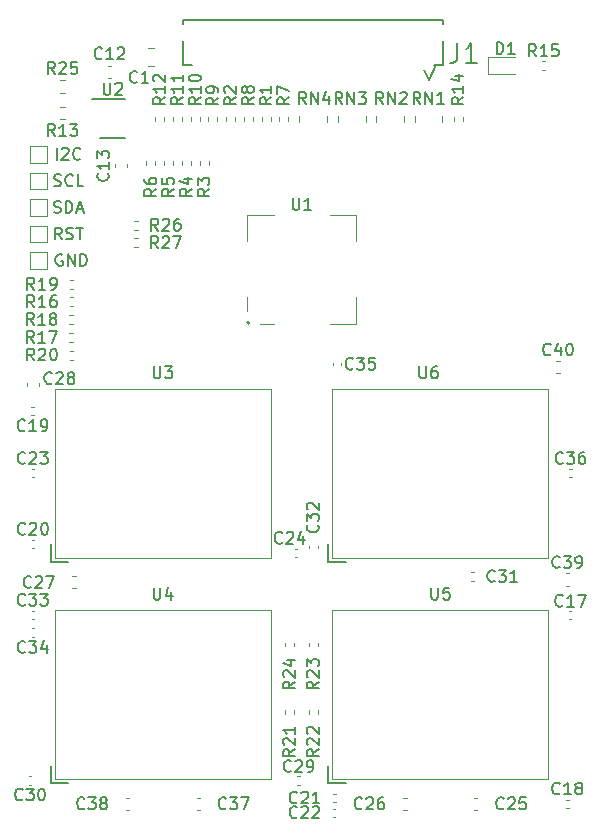
<source format=gbr>
%TF.GenerationSoftware,KiCad,Pcbnew,(6.0.7)*%
%TF.CreationDate,2022-10-03T18:22:00-04:00*%
%TF.ProjectId,IDE-SSD-ZIF,4944452d-5353-4442-9d5a-49462e6b6963,rev?*%
%TF.SameCoordinates,Original*%
%TF.FileFunction,Legend,Top*%
%TF.FilePolarity,Positive*%
%FSLAX46Y46*%
G04 Gerber Fmt 4.6, Leading zero omitted, Abs format (unit mm)*
G04 Created by KiCad (PCBNEW (6.0.7)) date 2022-10-03 18:22:00*
%MOMM*%
%LPD*%
G01*
G04 APERTURE LIST*
%ADD10C,0.150000*%
%ADD11C,0.120000*%
%ADD12C,0.152400*%
%ADD13C,0.100000*%
%ADD14C,0.200000*%
G04 APERTURE END LIST*
D10*
%TO.C,R4*%
X124702380Y-70916666D02*
X124226190Y-71250000D01*
X124702380Y-71488095D02*
X123702380Y-71488095D01*
X123702380Y-71107142D01*
X123750000Y-71011904D01*
X123797619Y-70964285D01*
X123892857Y-70916666D01*
X124035714Y-70916666D01*
X124130952Y-70964285D01*
X124178571Y-71011904D01*
X124226190Y-71107142D01*
X124226190Y-71488095D01*
X124035714Y-70059523D02*
X124702380Y-70059523D01*
X123654761Y-70297619D02*
X124369047Y-70535714D01*
X124369047Y-69916666D01*
%TO.C,C1*%
X120083333Y-61857142D02*
X120035714Y-61904761D01*
X119892857Y-61952380D01*
X119797619Y-61952380D01*
X119654761Y-61904761D01*
X119559523Y-61809523D01*
X119511904Y-61714285D01*
X119464285Y-61523809D01*
X119464285Y-61380952D01*
X119511904Y-61190476D01*
X119559523Y-61095238D01*
X119654761Y-61000000D01*
X119797619Y-60952380D01*
X119892857Y-60952380D01*
X120035714Y-61000000D01*
X120083333Y-61047619D01*
X121035714Y-61952380D02*
X120464285Y-61952380D01*
X120750000Y-61952380D02*
X120750000Y-60952380D01*
X120654761Y-61095238D01*
X120559523Y-61190476D01*
X120464285Y-61238095D01*
%TO.C,C27*%
X111107142Y-104607142D02*
X111059523Y-104654761D01*
X110916666Y-104702380D01*
X110821428Y-104702380D01*
X110678571Y-104654761D01*
X110583333Y-104559523D01*
X110535714Y-104464285D01*
X110488095Y-104273809D01*
X110488095Y-104130952D01*
X110535714Y-103940476D01*
X110583333Y-103845238D01*
X110678571Y-103750000D01*
X110821428Y-103702380D01*
X110916666Y-103702380D01*
X111059523Y-103750000D01*
X111107142Y-103797619D01*
X111488095Y-103797619D02*
X111535714Y-103750000D01*
X111630952Y-103702380D01*
X111869047Y-103702380D01*
X111964285Y-103750000D01*
X112011904Y-103797619D01*
X112059523Y-103892857D01*
X112059523Y-103988095D01*
X112011904Y-104130952D01*
X111440476Y-104702380D01*
X112059523Y-104702380D01*
X112392857Y-103702380D02*
X113059523Y-103702380D01*
X112630952Y-104702380D01*
%TO.C,C36*%
X156127142Y-94107142D02*
X156079523Y-94154761D01*
X155936666Y-94202380D01*
X155841428Y-94202380D01*
X155698571Y-94154761D01*
X155603333Y-94059523D01*
X155555714Y-93964285D01*
X155508095Y-93773809D01*
X155508095Y-93630952D01*
X155555714Y-93440476D01*
X155603333Y-93345238D01*
X155698571Y-93250000D01*
X155841428Y-93202380D01*
X155936666Y-93202380D01*
X156079523Y-93250000D01*
X156127142Y-93297619D01*
X156460476Y-93202380D02*
X157079523Y-93202380D01*
X156746190Y-93583333D01*
X156889047Y-93583333D01*
X156984285Y-93630952D01*
X157031904Y-93678571D01*
X157079523Y-93773809D01*
X157079523Y-94011904D01*
X157031904Y-94107142D01*
X156984285Y-94154761D01*
X156889047Y-94202380D01*
X156603333Y-94202380D01*
X156508095Y-94154761D01*
X156460476Y-94107142D01*
X157936666Y-93202380D02*
X157746190Y-93202380D01*
X157650952Y-93250000D01*
X157603333Y-93297619D01*
X157508095Y-93440476D01*
X157460476Y-93630952D01*
X157460476Y-94011904D01*
X157508095Y-94107142D01*
X157555714Y-94154761D01*
X157650952Y-94202380D01*
X157841428Y-94202380D01*
X157936666Y-94154761D01*
X157984285Y-94107142D01*
X158031904Y-94011904D01*
X158031904Y-93773809D01*
X157984285Y-93678571D01*
X157936666Y-93630952D01*
X157841428Y-93583333D01*
X157650952Y-93583333D01*
X157555714Y-93630952D01*
X157508095Y-93678571D01*
X157460476Y-93773809D01*
%TO.C,RST*%
X113702380Y-75202380D02*
X113369047Y-74726190D01*
X113130952Y-75202380D02*
X113130952Y-74202380D01*
X113511904Y-74202380D01*
X113607142Y-74250000D01*
X113654761Y-74297619D01*
X113702380Y-74392857D01*
X113702380Y-74535714D01*
X113654761Y-74630952D01*
X113607142Y-74678571D01*
X113511904Y-74726190D01*
X113130952Y-74726190D01*
X114083333Y-75154761D02*
X114226190Y-75202380D01*
X114464285Y-75202380D01*
X114559523Y-75154761D01*
X114607142Y-75107142D01*
X114654761Y-75011904D01*
X114654761Y-74916666D01*
X114607142Y-74821428D01*
X114559523Y-74773809D01*
X114464285Y-74726190D01*
X114273809Y-74678571D01*
X114178571Y-74630952D01*
X114130952Y-74583333D01*
X114083333Y-74488095D01*
X114083333Y-74392857D01*
X114130952Y-74297619D01*
X114178571Y-74250000D01*
X114273809Y-74202380D01*
X114511904Y-74202380D01*
X114654761Y-74250000D01*
X114940476Y-74202380D02*
X115511904Y-74202380D01*
X115226190Y-75202380D02*
X115226190Y-74202380D01*
%TO.C,C17*%
X156107142Y-106197142D02*
X156059523Y-106244761D01*
X155916666Y-106292380D01*
X155821428Y-106292380D01*
X155678571Y-106244761D01*
X155583333Y-106149523D01*
X155535714Y-106054285D01*
X155488095Y-105863809D01*
X155488095Y-105720952D01*
X155535714Y-105530476D01*
X155583333Y-105435238D01*
X155678571Y-105340000D01*
X155821428Y-105292380D01*
X155916666Y-105292380D01*
X156059523Y-105340000D01*
X156107142Y-105387619D01*
X157059523Y-106292380D02*
X156488095Y-106292380D01*
X156773809Y-106292380D02*
X156773809Y-105292380D01*
X156678571Y-105435238D01*
X156583333Y-105530476D01*
X156488095Y-105578095D01*
X157392857Y-105292380D02*
X158059523Y-105292380D01*
X157630952Y-106292380D01*
%TO.C,C40*%
X155082142Y-84927142D02*
X155034523Y-84974761D01*
X154891666Y-85022380D01*
X154796428Y-85022380D01*
X154653571Y-84974761D01*
X154558333Y-84879523D01*
X154510714Y-84784285D01*
X154463095Y-84593809D01*
X154463095Y-84450952D01*
X154510714Y-84260476D01*
X154558333Y-84165238D01*
X154653571Y-84070000D01*
X154796428Y-84022380D01*
X154891666Y-84022380D01*
X155034523Y-84070000D01*
X155082142Y-84117619D01*
X155939285Y-84355714D02*
X155939285Y-85022380D01*
X155701190Y-83974761D02*
X155463095Y-84689047D01*
X156082142Y-84689047D01*
X156653571Y-84022380D02*
X156748809Y-84022380D01*
X156844047Y-84070000D01*
X156891666Y-84117619D01*
X156939285Y-84212857D01*
X156986904Y-84403333D01*
X156986904Y-84641428D01*
X156939285Y-84831904D01*
X156891666Y-84927142D01*
X156844047Y-84974761D01*
X156748809Y-85022380D01*
X156653571Y-85022380D01*
X156558333Y-84974761D01*
X156510714Y-84927142D01*
X156463095Y-84831904D01*
X156415476Y-84641428D01*
X156415476Y-84403333D01*
X156463095Y-84212857D01*
X156510714Y-84117619D01*
X156558333Y-84070000D01*
X156653571Y-84022380D01*
%TO.C,R12*%
X122452380Y-63162857D02*
X121976190Y-63496190D01*
X122452380Y-63734285D02*
X121452380Y-63734285D01*
X121452380Y-63353333D01*
X121500000Y-63258095D01*
X121547619Y-63210476D01*
X121642857Y-63162857D01*
X121785714Y-63162857D01*
X121880952Y-63210476D01*
X121928571Y-63258095D01*
X121976190Y-63353333D01*
X121976190Y-63734285D01*
X122452380Y-62210476D02*
X122452380Y-62781904D01*
X122452380Y-62496190D02*
X121452380Y-62496190D01*
X121595238Y-62591428D01*
X121690476Y-62686666D01*
X121738095Y-62781904D01*
X121547619Y-61829523D02*
X121500000Y-61781904D01*
X121452380Y-61686666D01*
X121452380Y-61448571D01*
X121500000Y-61353333D01*
X121547619Y-61305714D01*
X121642857Y-61258095D01*
X121738095Y-61258095D01*
X121880952Y-61305714D01*
X122452380Y-61877142D01*
X122452380Y-61258095D01*
%TO.C,R2*%
X128452380Y-63186666D02*
X127976190Y-63520000D01*
X128452380Y-63758095D02*
X127452380Y-63758095D01*
X127452380Y-63377142D01*
X127500000Y-63281904D01*
X127547619Y-63234285D01*
X127642857Y-63186666D01*
X127785714Y-63186666D01*
X127880952Y-63234285D01*
X127928571Y-63281904D01*
X127976190Y-63377142D01*
X127976190Y-63758095D01*
X127547619Y-62805714D02*
X127500000Y-62758095D01*
X127452380Y-62662857D01*
X127452380Y-62424761D01*
X127500000Y-62329523D01*
X127547619Y-62281904D01*
X127642857Y-62234285D01*
X127738095Y-62234285D01*
X127880952Y-62281904D01*
X128452380Y-62853333D01*
X128452380Y-62234285D01*
%TO.C,GND*%
X113738095Y-76500000D02*
X113642857Y-76452380D01*
X113500000Y-76452380D01*
X113357142Y-76500000D01*
X113261904Y-76595238D01*
X113214285Y-76690476D01*
X113166666Y-76880952D01*
X113166666Y-77023809D01*
X113214285Y-77214285D01*
X113261904Y-77309523D01*
X113357142Y-77404761D01*
X113500000Y-77452380D01*
X113595238Y-77452380D01*
X113738095Y-77404761D01*
X113785714Y-77357142D01*
X113785714Y-77023809D01*
X113595238Y-77023809D01*
X114214285Y-77452380D02*
X114214285Y-76452380D01*
X114785714Y-77452380D01*
X114785714Y-76452380D01*
X115261904Y-77452380D02*
X115261904Y-76452380D01*
X115500000Y-76452380D01*
X115642857Y-76500000D01*
X115738095Y-76595238D01*
X115785714Y-76690476D01*
X115833333Y-76880952D01*
X115833333Y-77023809D01*
X115785714Y-77214285D01*
X115738095Y-77309523D01*
X115642857Y-77404761D01*
X115500000Y-77452380D01*
X115261904Y-77452380D01*
%TO.C,RN4*%
X134384523Y-63722380D02*
X134051190Y-63246190D01*
X133813095Y-63722380D02*
X133813095Y-62722380D01*
X134194047Y-62722380D01*
X134289285Y-62770000D01*
X134336904Y-62817619D01*
X134384523Y-62912857D01*
X134384523Y-63055714D01*
X134336904Y-63150952D01*
X134289285Y-63198571D01*
X134194047Y-63246190D01*
X133813095Y-63246190D01*
X134813095Y-63722380D02*
X134813095Y-62722380D01*
X135384523Y-63722380D01*
X135384523Y-62722380D01*
X136289285Y-63055714D02*
X136289285Y-63722380D01*
X136051190Y-62674761D02*
X135813095Y-63389047D01*
X136432142Y-63389047D01*
%TO.C,C25*%
X151107142Y-123357142D02*
X151059523Y-123404761D01*
X150916666Y-123452380D01*
X150821428Y-123452380D01*
X150678571Y-123404761D01*
X150583333Y-123309523D01*
X150535714Y-123214285D01*
X150488095Y-123023809D01*
X150488095Y-122880952D01*
X150535714Y-122690476D01*
X150583333Y-122595238D01*
X150678571Y-122500000D01*
X150821428Y-122452380D01*
X150916666Y-122452380D01*
X151059523Y-122500000D01*
X151107142Y-122547619D01*
X151488095Y-122547619D02*
X151535714Y-122500000D01*
X151630952Y-122452380D01*
X151869047Y-122452380D01*
X151964285Y-122500000D01*
X152011904Y-122547619D01*
X152059523Y-122642857D01*
X152059523Y-122738095D01*
X152011904Y-122880952D01*
X151440476Y-123452380D01*
X152059523Y-123452380D01*
X152964285Y-122452380D02*
X152488095Y-122452380D01*
X152440476Y-122928571D01*
X152488095Y-122880952D01*
X152583333Y-122833333D01*
X152821428Y-122833333D01*
X152916666Y-122880952D01*
X152964285Y-122928571D01*
X153011904Y-123023809D01*
X153011904Y-123261904D01*
X152964285Y-123357142D01*
X152916666Y-123404761D01*
X152821428Y-123452380D01*
X152583333Y-123452380D01*
X152488095Y-123404761D01*
X152440476Y-123357142D01*
%TO.C,C33*%
X110607142Y-106107142D02*
X110559523Y-106154761D01*
X110416666Y-106202380D01*
X110321428Y-106202380D01*
X110178571Y-106154761D01*
X110083333Y-106059523D01*
X110035714Y-105964285D01*
X109988095Y-105773809D01*
X109988095Y-105630952D01*
X110035714Y-105440476D01*
X110083333Y-105345238D01*
X110178571Y-105250000D01*
X110321428Y-105202380D01*
X110416666Y-105202380D01*
X110559523Y-105250000D01*
X110607142Y-105297619D01*
X110940476Y-105202380D02*
X111559523Y-105202380D01*
X111226190Y-105583333D01*
X111369047Y-105583333D01*
X111464285Y-105630952D01*
X111511904Y-105678571D01*
X111559523Y-105773809D01*
X111559523Y-106011904D01*
X111511904Y-106107142D01*
X111464285Y-106154761D01*
X111369047Y-106202380D01*
X111083333Y-106202380D01*
X110988095Y-106154761D01*
X110940476Y-106107142D01*
X111892857Y-105202380D02*
X112511904Y-105202380D01*
X112178571Y-105583333D01*
X112321428Y-105583333D01*
X112416666Y-105630952D01*
X112464285Y-105678571D01*
X112511904Y-105773809D01*
X112511904Y-106011904D01*
X112464285Y-106107142D01*
X112416666Y-106154761D01*
X112321428Y-106202380D01*
X112035714Y-106202380D01*
X111940476Y-106154761D01*
X111892857Y-106107142D01*
%TO.C,C20*%
X110607142Y-100107142D02*
X110559523Y-100154761D01*
X110416666Y-100202380D01*
X110321428Y-100202380D01*
X110178571Y-100154761D01*
X110083333Y-100059523D01*
X110035714Y-99964285D01*
X109988095Y-99773809D01*
X109988095Y-99630952D01*
X110035714Y-99440476D01*
X110083333Y-99345238D01*
X110178571Y-99250000D01*
X110321428Y-99202380D01*
X110416666Y-99202380D01*
X110559523Y-99250000D01*
X110607142Y-99297619D01*
X110988095Y-99297619D02*
X111035714Y-99250000D01*
X111130952Y-99202380D01*
X111369047Y-99202380D01*
X111464285Y-99250000D01*
X111511904Y-99297619D01*
X111559523Y-99392857D01*
X111559523Y-99488095D01*
X111511904Y-99630952D01*
X110940476Y-100202380D01*
X111559523Y-100202380D01*
X112178571Y-99202380D02*
X112273809Y-99202380D01*
X112369047Y-99250000D01*
X112416666Y-99297619D01*
X112464285Y-99392857D01*
X112511904Y-99583333D01*
X112511904Y-99821428D01*
X112464285Y-100011904D01*
X112416666Y-100107142D01*
X112369047Y-100154761D01*
X112273809Y-100202380D01*
X112178571Y-100202380D01*
X112083333Y-100154761D01*
X112035714Y-100107142D01*
X111988095Y-100011904D01*
X111940476Y-99821428D01*
X111940476Y-99583333D01*
X111988095Y-99392857D01*
X112035714Y-99297619D01*
X112083333Y-99250000D01*
X112178571Y-99202380D01*
%TO.C,C35*%
X138357142Y-86127142D02*
X138309523Y-86174761D01*
X138166666Y-86222380D01*
X138071428Y-86222380D01*
X137928571Y-86174761D01*
X137833333Y-86079523D01*
X137785714Y-85984285D01*
X137738095Y-85793809D01*
X137738095Y-85650952D01*
X137785714Y-85460476D01*
X137833333Y-85365238D01*
X137928571Y-85270000D01*
X138071428Y-85222380D01*
X138166666Y-85222380D01*
X138309523Y-85270000D01*
X138357142Y-85317619D01*
X138690476Y-85222380D02*
X139309523Y-85222380D01*
X138976190Y-85603333D01*
X139119047Y-85603333D01*
X139214285Y-85650952D01*
X139261904Y-85698571D01*
X139309523Y-85793809D01*
X139309523Y-86031904D01*
X139261904Y-86127142D01*
X139214285Y-86174761D01*
X139119047Y-86222380D01*
X138833333Y-86222380D01*
X138738095Y-86174761D01*
X138690476Y-86127142D01*
X140214285Y-85222380D02*
X139738095Y-85222380D01*
X139690476Y-85698571D01*
X139738095Y-85650952D01*
X139833333Y-85603333D01*
X140071428Y-85603333D01*
X140166666Y-85650952D01*
X140214285Y-85698571D01*
X140261904Y-85793809D01*
X140261904Y-86031904D01*
X140214285Y-86127142D01*
X140166666Y-86174761D01*
X140071428Y-86222380D01*
X139833333Y-86222380D01*
X139738095Y-86174761D01*
X139690476Y-86127142D01*
%TO.C,RN3*%
X137459523Y-63747380D02*
X137126190Y-63271190D01*
X136888095Y-63747380D02*
X136888095Y-62747380D01*
X137269047Y-62747380D01*
X137364285Y-62795000D01*
X137411904Y-62842619D01*
X137459523Y-62937857D01*
X137459523Y-63080714D01*
X137411904Y-63175952D01*
X137364285Y-63223571D01*
X137269047Y-63271190D01*
X136888095Y-63271190D01*
X137888095Y-63747380D02*
X137888095Y-62747380D01*
X138459523Y-63747380D01*
X138459523Y-62747380D01*
X138840476Y-62747380D02*
X139459523Y-62747380D01*
X139126190Y-63128333D01*
X139269047Y-63128333D01*
X139364285Y-63175952D01*
X139411904Y-63223571D01*
X139459523Y-63318809D01*
X139459523Y-63556904D01*
X139411904Y-63652142D01*
X139364285Y-63699761D01*
X139269047Y-63747380D01*
X138983333Y-63747380D01*
X138888095Y-63699761D01*
X138840476Y-63652142D01*
%TO.C,R19*%
X111367142Y-79452380D02*
X111033809Y-78976190D01*
X110795714Y-79452380D02*
X110795714Y-78452380D01*
X111176666Y-78452380D01*
X111271904Y-78500000D01*
X111319523Y-78547619D01*
X111367142Y-78642857D01*
X111367142Y-78785714D01*
X111319523Y-78880952D01*
X111271904Y-78928571D01*
X111176666Y-78976190D01*
X110795714Y-78976190D01*
X112319523Y-79452380D02*
X111748095Y-79452380D01*
X112033809Y-79452380D02*
X112033809Y-78452380D01*
X111938571Y-78595238D01*
X111843333Y-78690476D01*
X111748095Y-78738095D01*
X112795714Y-79452380D02*
X112986190Y-79452380D01*
X113081428Y-79404761D01*
X113129047Y-79357142D01*
X113224285Y-79214285D01*
X113271904Y-79023809D01*
X113271904Y-78642857D01*
X113224285Y-78547619D01*
X113176666Y-78500000D01*
X113081428Y-78452380D01*
X112890952Y-78452380D01*
X112795714Y-78500000D01*
X112748095Y-78547619D01*
X112700476Y-78642857D01*
X112700476Y-78880952D01*
X112748095Y-78976190D01*
X112795714Y-79023809D01*
X112890952Y-79071428D01*
X113081428Y-79071428D01*
X113176666Y-79023809D01*
X113224285Y-78976190D01*
X113271904Y-78880952D01*
%TO.C,R26*%
X121857142Y-74452380D02*
X121523809Y-73976190D01*
X121285714Y-74452380D02*
X121285714Y-73452380D01*
X121666666Y-73452380D01*
X121761904Y-73500000D01*
X121809523Y-73547619D01*
X121857142Y-73642857D01*
X121857142Y-73785714D01*
X121809523Y-73880952D01*
X121761904Y-73928571D01*
X121666666Y-73976190D01*
X121285714Y-73976190D01*
X122238095Y-73547619D02*
X122285714Y-73500000D01*
X122380952Y-73452380D01*
X122619047Y-73452380D01*
X122714285Y-73500000D01*
X122761904Y-73547619D01*
X122809523Y-73642857D01*
X122809523Y-73738095D01*
X122761904Y-73880952D01*
X122190476Y-74452380D01*
X122809523Y-74452380D01*
X123666666Y-73452380D02*
X123476190Y-73452380D01*
X123380952Y-73500000D01*
X123333333Y-73547619D01*
X123238095Y-73690476D01*
X123190476Y-73880952D01*
X123190476Y-74261904D01*
X123238095Y-74357142D01*
X123285714Y-74404761D01*
X123380952Y-74452380D01*
X123571428Y-74452380D01*
X123666666Y-74404761D01*
X123714285Y-74357142D01*
X123761904Y-74261904D01*
X123761904Y-74023809D01*
X123714285Y-73928571D01*
X123666666Y-73880952D01*
X123571428Y-73833333D01*
X123380952Y-73833333D01*
X123285714Y-73880952D01*
X123238095Y-73928571D01*
X123190476Y-74023809D01*
%TO.C,C24*%
X132357142Y-100857142D02*
X132309523Y-100904761D01*
X132166666Y-100952380D01*
X132071428Y-100952380D01*
X131928571Y-100904761D01*
X131833333Y-100809523D01*
X131785714Y-100714285D01*
X131738095Y-100523809D01*
X131738095Y-100380952D01*
X131785714Y-100190476D01*
X131833333Y-100095238D01*
X131928571Y-100000000D01*
X132071428Y-99952380D01*
X132166666Y-99952380D01*
X132309523Y-100000000D01*
X132357142Y-100047619D01*
X132738095Y-100047619D02*
X132785714Y-100000000D01*
X132880952Y-99952380D01*
X133119047Y-99952380D01*
X133214285Y-100000000D01*
X133261904Y-100047619D01*
X133309523Y-100142857D01*
X133309523Y-100238095D01*
X133261904Y-100380952D01*
X132690476Y-100952380D01*
X133309523Y-100952380D01*
X134166666Y-100285714D02*
X134166666Y-100952380D01*
X133928571Y-99904761D02*
X133690476Y-100619047D01*
X134309523Y-100619047D01*
%TO.C,J1*%
X147203218Y-58601715D02*
X147203218Y-59773391D01*
X147125106Y-60007726D01*
X146968882Y-60163949D01*
X146734547Y-60242061D01*
X146578324Y-60242061D01*
X148843564Y-60242061D02*
X147906223Y-60242061D01*
X148374893Y-60242061D02*
X148374893Y-58601715D01*
X148218670Y-58836050D01*
X148062446Y-58992273D01*
X147906223Y-59070385D01*
%TO.C,R22*%
X135452380Y-118382857D02*
X134976190Y-118716190D01*
X135452380Y-118954285D02*
X134452380Y-118954285D01*
X134452380Y-118573333D01*
X134500000Y-118478095D01*
X134547619Y-118430476D01*
X134642857Y-118382857D01*
X134785714Y-118382857D01*
X134880952Y-118430476D01*
X134928571Y-118478095D01*
X134976190Y-118573333D01*
X134976190Y-118954285D01*
X134547619Y-118001904D02*
X134500000Y-117954285D01*
X134452380Y-117859047D01*
X134452380Y-117620952D01*
X134500000Y-117525714D01*
X134547619Y-117478095D01*
X134642857Y-117430476D01*
X134738095Y-117430476D01*
X134880952Y-117478095D01*
X135452380Y-118049523D01*
X135452380Y-117430476D01*
X134547619Y-117049523D02*
X134500000Y-117001904D01*
X134452380Y-116906666D01*
X134452380Y-116668571D01*
X134500000Y-116573333D01*
X134547619Y-116525714D01*
X134642857Y-116478095D01*
X134738095Y-116478095D01*
X134880952Y-116525714D01*
X135452380Y-117097142D01*
X135452380Y-116478095D01*
%TO.C,C29*%
X133107142Y-120197142D02*
X133059523Y-120244761D01*
X132916666Y-120292380D01*
X132821428Y-120292380D01*
X132678571Y-120244761D01*
X132583333Y-120149523D01*
X132535714Y-120054285D01*
X132488095Y-119863809D01*
X132488095Y-119720952D01*
X132535714Y-119530476D01*
X132583333Y-119435238D01*
X132678571Y-119340000D01*
X132821428Y-119292380D01*
X132916666Y-119292380D01*
X133059523Y-119340000D01*
X133107142Y-119387619D01*
X133488095Y-119387619D02*
X133535714Y-119340000D01*
X133630952Y-119292380D01*
X133869047Y-119292380D01*
X133964285Y-119340000D01*
X134011904Y-119387619D01*
X134059523Y-119482857D01*
X134059523Y-119578095D01*
X134011904Y-119720952D01*
X133440476Y-120292380D01*
X134059523Y-120292380D01*
X134535714Y-120292380D02*
X134726190Y-120292380D01*
X134821428Y-120244761D01*
X134869047Y-120197142D01*
X134964285Y-120054285D01*
X135011904Y-119863809D01*
X135011904Y-119482857D01*
X134964285Y-119387619D01*
X134916666Y-119340000D01*
X134821428Y-119292380D01*
X134630952Y-119292380D01*
X134535714Y-119340000D01*
X134488095Y-119387619D01*
X134440476Y-119482857D01*
X134440476Y-119720952D01*
X134488095Y-119816190D01*
X134535714Y-119863809D01*
X134630952Y-119911428D01*
X134821428Y-119911428D01*
X134916666Y-119863809D01*
X134964285Y-119816190D01*
X135011904Y-119720952D01*
%TO.C,RN1*%
X144059523Y-63722380D02*
X143726190Y-63246190D01*
X143488095Y-63722380D02*
X143488095Y-62722380D01*
X143869047Y-62722380D01*
X143964285Y-62770000D01*
X144011904Y-62817619D01*
X144059523Y-62912857D01*
X144059523Y-63055714D01*
X144011904Y-63150952D01*
X143964285Y-63198571D01*
X143869047Y-63246190D01*
X143488095Y-63246190D01*
X144488095Y-63722380D02*
X144488095Y-62722380D01*
X145059523Y-63722380D01*
X145059523Y-62722380D01*
X146059523Y-63722380D02*
X145488095Y-63722380D01*
X145773809Y-63722380D02*
X145773809Y-62722380D01*
X145678571Y-62865238D01*
X145583333Y-62960476D01*
X145488095Y-63008095D01*
%TO.C,C22*%
X133607142Y-124107142D02*
X133559523Y-124154761D01*
X133416666Y-124202380D01*
X133321428Y-124202380D01*
X133178571Y-124154761D01*
X133083333Y-124059523D01*
X133035714Y-123964285D01*
X132988095Y-123773809D01*
X132988095Y-123630952D01*
X133035714Y-123440476D01*
X133083333Y-123345238D01*
X133178571Y-123250000D01*
X133321428Y-123202380D01*
X133416666Y-123202380D01*
X133559523Y-123250000D01*
X133607142Y-123297619D01*
X133988095Y-123297619D02*
X134035714Y-123250000D01*
X134130952Y-123202380D01*
X134369047Y-123202380D01*
X134464285Y-123250000D01*
X134511904Y-123297619D01*
X134559523Y-123392857D01*
X134559523Y-123488095D01*
X134511904Y-123630952D01*
X133940476Y-124202380D01*
X134559523Y-124202380D01*
X134940476Y-123297619D02*
X134988095Y-123250000D01*
X135083333Y-123202380D01*
X135321428Y-123202380D01*
X135416666Y-123250000D01*
X135464285Y-123297619D01*
X135511904Y-123392857D01*
X135511904Y-123488095D01*
X135464285Y-123630952D01*
X134892857Y-124202380D01*
X135511904Y-124202380D01*
%TO.C,R14*%
X147702380Y-63162857D02*
X147226190Y-63496190D01*
X147702380Y-63734285D02*
X146702380Y-63734285D01*
X146702380Y-63353333D01*
X146750000Y-63258095D01*
X146797619Y-63210476D01*
X146892857Y-63162857D01*
X147035714Y-63162857D01*
X147130952Y-63210476D01*
X147178571Y-63258095D01*
X147226190Y-63353333D01*
X147226190Y-63734285D01*
X147702380Y-62210476D02*
X147702380Y-62781904D01*
X147702380Y-62496190D02*
X146702380Y-62496190D01*
X146845238Y-62591428D01*
X146940476Y-62686666D01*
X146988095Y-62781904D01*
X147035714Y-61353333D02*
X147702380Y-61353333D01*
X146654761Y-61591428D02*
X147369047Y-61829523D01*
X147369047Y-61210476D01*
%TO.C,R23*%
X135452380Y-112642857D02*
X134976190Y-112976190D01*
X135452380Y-113214285D02*
X134452380Y-113214285D01*
X134452380Y-112833333D01*
X134500000Y-112738095D01*
X134547619Y-112690476D01*
X134642857Y-112642857D01*
X134785714Y-112642857D01*
X134880952Y-112690476D01*
X134928571Y-112738095D01*
X134976190Y-112833333D01*
X134976190Y-113214285D01*
X134547619Y-112261904D02*
X134500000Y-112214285D01*
X134452380Y-112119047D01*
X134452380Y-111880952D01*
X134500000Y-111785714D01*
X134547619Y-111738095D01*
X134642857Y-111690476D01*
X134738095Y-111690476D01*
X134880952Y-111738095D01*
X135452380Y-112309523D01*
X135452380Y-111690476D01*
X134452380Y-111357142D02*
X134452380Y-110738095D01*
X134833333Y-111071428D01*
X134833333Y-110928571D01*
X134880952Y-110833333D01*
X134928571Y-110785714D01*
X135023809Y-110738095D01*
X135261904Y-110738095D01*
X135357142Y-110785714D01*
X135404761Y-110833333D01*
X135452380Y-110928571D01*
X135452380Y-111214285D01*
X135404761Y-111309523D01*
X135357142Y-111357142D01*
%TO.C,U4*%
X121488095Y-104702380D02*
X121488095Y-105511904D01*
X121535714Y-105607142D01*
X121583333Y-105654761D01*
X121678571Y-105702380D01*
X121869047Y-105702380D01*
X121964285Y-105654761D01*
X122011904Y-105607142D01*
X122059523Y-105511904D01*
X122059523Y-104702380D01*
X122964285Y-105035714D02*
X122964285Y-105702380D01*
X122726190Y-104654761D02*
X122488095Y-105369047D01*
X123107142Y-105369047D01*
%TO.C,R25*%
X113107142Y-61202380D02*
X112773809Y-60726190D01*
X112535714Y-61202380D02*
X112535714Y-60202380D01*
X112916666Y-60202380D01*
X113011904Y-60250000D01*
X113059523Y-60297619D01*
X113107142Y-60392857D01*
X113107142Y-60535714D01*
X113059523Y-60630952D01*
X113011904Y-60678571D01*
X112916666Y-60726190D01*
X112535714Y-60726190D01*
X113488095Y-60297619D02*
X113535714Y-60250000D01*
X113630952Y-60202380D01*
X113869047Y-60202380D01*
X113964285Y-60250000D01*
X114011904Y-60297619D01*
X114059523Y-60392857D01*
X114059523Y-60488095D01*
X114011904Y-60630952D01*
X113440476Y-61202380D01*
X114059523Y-61202380D01*
X114964285Y-60202380D02*
X114488095Y-60202380D01*
X114440476Y-60678571D01*
X114488095Y-60630952D01*
X114583333Y-60583333D01*
X114821428Y-60583333D01*
X114916666Y-60630952D01*
X114964285Y-60678571D01*
X115011904Y-60773809D01*
X115011904Y-61011904D01*
X114964285Y-61107142D01*
X114916666Y-61154761D01*
X114821428Y-61202380D01*
X114583333Y-61202380D01*
X114488095Y-61154761D01*
X114440476Y-61107142D01*
%TO.C,I2C*%
X113273809Y-68452380D02*
X113273809Y-67452380D01*
X113702380Y-67547619D02*
X113750000Y-67500000D01*
X113845238Y-67452380D01*
X114083333Y-67452380D01*
X114178571Y-67500000D01*
X114226190Y-67547619D01*
X114273809Y-67642857D01*
X114273809Y-67738095D01*
X114226190Y-67880952D01*
X113654761Y-68452380D01*
X114273809Y-68452380D01*
X115273809Y-68357142D02*
X115226190Y-68404761D01*
X115083333Y-68452380D01*
X114988095Y-68452380D01*
X114845238Y-68404761D01*
X114750000Y-68309523D01*
X114702380Y-68214285D01*
X114654761Y-68023809D01*
X114654761Y-67880952D01*
X114702380Y-67690476D01*
X114750000Y-67595238D01*
X114845238Y-67500000D01*
X114988095Y-67452380D01*
X115083333Y-67452380D01*
X115226190Y-67500000D01*
X115273809Y-67547619D01*
%TO.C,C28*%
X112857142Y-87357142D02*
X112809523Y-87404761D01*
X112666666Y-87452380D01*
X112571428Y-87452380D01*
X112428571Y-87404761D01*
X112333333Y-87309523D01*
X112285714Y-87214285D01*
X112238095Y-87023809D01*
X112238095Y-86880952D01*
X112285714Y-86690476D01*
X112333333Y-86595238D01*
X112428571Y-86500000D01*
X112571428Y-86452380D01*
X112666666Y-86452380D01*
X112809523Y-86500000D01*
X112857142Y-86547619D01*
X113238095Y-86547619D02*
X113285714Y-86500000D01*
X113380952Y-86452380D01*
X113619047Y-86452380D01*
X113714285Y-86500000D01*
X113761904Y-86547619D01*
X113809523Y-86642857D01*
X113809523Y-86738095D01*
X113761904Y-86880952D01*
X113190476Y-87452380D01*
X113809523Y-87452380D01*
X114380952Y-86880952D02*
X114285714Y-86833333D01*
X114238095Y-86785714D01*
X114190476Y-86690476D01*
X114190476Y-86642857D01*
X114238095Y-86547619D01*
X114285714Y-86500000D01*
X114380952Y-86452380D01*
X114571428Y-86452380D01*
X114666666Y-86500000D01*
X114714285Y-86547619D01*
X114761904Y-86642857D01*
X114761904Y-86690476D01*
X114714285Y-86785714D01*
X114666666Y-86833333D01*
X114571428Y-86880952D01*
X114380952Y-86880952D01*
X114285714Y-86928571D01*
X114238095Y-86976190D01*
X114190476Y-87071428D01*
X114190476Y-87261904D01*
X114238095Y-87357142D01*
X114285714Y-87404761D01*
X114380952Y-87452380D01*
X114571428Y-87452380D01*
X114666666Y-87404761D01*
X114714285Y-87357142D01*
X114761904Y-87261904D01*
X114761904Y-87071428D01*
X114714285Y-86976190D01*
X114666666Y-86928571D01*
X114571428Y-86880952D01*
%TO.C,C30*%
X110377142Y-122607142D02*
X110329523Y-122654761D01*
X110186666Y-122702380D01*
X110091428Y-122702380D01*
X109948571Y-122654761D01*
X109853333Y-122559523D01*
X109805714Y-122464285D01*
X109758095Y-122273809D01*
X109758095Y-122130952D01*
X109805714Y-121940476D01*
X109853333Y-121845238D01*
X109948571Y-121750000D01*
X110091428Y-121702380D01*
X110186666Y-121702380D01*
X110329523Y-121750000D01*
X110377142Y-121797619D01*
X110710476Y-121702380D02*
X111329523Y-121702380D01*
X110996190Y-122083333D01*
X111139047Y-122083333D01*
X111234285Y-122130952D01*
X111281904Y-122178571D01*
X111329523Y-122273809D01*
X111329523Y-122511904D01*
X111281904Y-122607142D01*
X111234285Y-122654761D01*
X111139047Y-122702380D01*
X110853333Y-122702380D01*
X110758095Y-122654761D01*
X110710476Y-122607142D01*
X111948571Y-121702380D02*
X112043809Y-121702380D01*
X112139047Y-121750000D01*
X112186666Y-121797619D01*
X112234285Y-121892857D01*
X112281904Y-122083333D01*
X112281904Y-122321428D01*
X112234285Y-122511904D01*
X112186666Y-122607142D01*
X112139047Y-122654761D01*
X112043809Y-122702380D01*
X111948571Y-122702380D01*
X111853333Y-122654761D01*
X111805714Y-122607142D01*
X111758095Y-122511904D01*
X111710476Y-122321428D01*
X111710476Y-122083333D01*
X111758095Y-121892857D01*
X111805714Y-121797619D01*
X111853333Y-121750000D01*
X111948571Y-121702380D01*
%TO.C,R8*%
X129952380Y-63186666D02*
X129476190Y-63520000D01*
X129952380Y-63758095D02*
X128952380Y-63758095D01*
X128952380Y-63377142D01*
X129000000Y-63281904D01*
X129047619Y-63234285D01*
X129142857Y-63186666D01*
X129285714Y-63186666D01*
X129380952Y-63234285D01*
X129428571Y-63281904D01*
X129476190Y-63377142D01*
X129476190Y-63758095D01*
X129380952Y-62615238D02*
X129333333Y-62710476D01*
X129285714Y-62758095D01*
X129190476Y-62805714D01*
X129142857Y-62805714D01*
X129047619Y-62758095D01*
X129000000Y-62710476D01*
X128952380Y-62615238D01*
X128952380Y-62424761D01*
X129000000Y-62329523D01*
X129047619Y-62281904D01*
X129142857Y-62234285D01*
X129190476Y-62234285D01*
X129285714Y-62281904D01*
X129333333Y-62329523D01*
X129380952Y-62424761D01*
X129380952Y-62615238D01*
X129428571Y-62710476D01*
X129476190Y-62758095D01*
X129571428Y-62805714D01*
X129761904Y-62805714D01*
X129857142Y-62758095D01*
X129904761Y-62710476D01*
X129952380Y-62615238D01*
X129952380Y-62424761D01*
X129904761Y-62329523D01*
X129857142Y-62281904D01*
X129761904Y-62234285D01*
X129571428Y-62234285D01*
X129476190Y-62281904D01*
X129428571Y-62329523D01*
X129380952Y-62424761D01*
%TO.C,C31*%
X150357142Y-104107142D02*
X150309523Y-104154761D01*
X150166666Y-104202380D01*
X150071428Y-104202380D01*
X149928571Y-104154761D01*
X149833333Y-104059523D01*
X149785714Y-103964285D01*
X149738095Y-103773809D01*
X149738095Y-103630952D01*
X149785714Y-103440476D01*
X149833333Y-103345238D01*
X149928571Y-103250000D01*
X150071428Y-103202380D01*
X150166666Y-103202380D01*
X150309523Y-103250000D01*
X150357142Y-103297619D01*
X150690476Y-103202380D02*
X151309523Y-103202380D01*
X150976190Y-103583333D01*
X151119047Y-103583333D01*
X151214285Y-103630952D01*
X151261904Y-103678571D01*
X151309523Y-103773809D01*
X151309523Y-104011904D01*
X151261904Y-104107142D01*
X151214285Y-104154761D01*
X151119047Y-104202380D01*
X150833333Y-104202380D01*
X150738095Y-104154761D01*
X150690476Y-104107142D01*
X152261904Y-104202380D02*
X151690476Y-104202380D01*
X151976190Y-104202380D02*
X151976190Y-103202380D01*
X151880952Y-103345238D01*
X151785714Y-103440476D01*
X151690476Y-103488095D01*
%TO.C,U1*%
X133238095Y-71702380D02*
X133238095Y-72511904D01*
X133285714Y-72607142D01*
X133333333Y-72654761D01*
X133428571Y-72702380D01*
X133619047Y-72702380D01*
X133714285Y-72654761D01*
X133761904Y-72607142D01*
X133809523Y-72511904D01*
X133809523Y-71702380D01*
X134809523Y-72702380D02*
X134238095Y-72702380D01*
X134523809Y-72702380D02*
X134523809Y-71702380D01*
X134428571Y-71845238D01*
X134333333Y-71940476D01*
X134238095Y-71988095D01*
%TO.C,R16*%
X111367142Y-80952380D02*
X111033809Y-80476190D01*
X110795714Y-80952380D02*
X110795714Y-79952380D01*
X111176666Y-79952380D01*
X111271904Y-80000000D01*
X111319523Y-80047619D01*
X111367142Y-80142857D01*
X111367142Y-80285714D01*
X111319523Y-80380952D01*
X111271904Y-80428571D01*
X111176666Y-80476190D01*
X110795714Y-80476190D01*
X112319523Y-80952380D02*
X111748095Y-80952380D01*
X112033809Y-80952380D02*
X112033809Y-79952380D01*
X111938571Y-80095238D01*
X111843333Y-80190476D01*
X111748095Y-80238095D01*
X113176666Y-79952380D02*
X112986190Y-79952380D01*
X112890952Y-80000000D01*
X112843333Y-80047619D01*
X112748095Y-80190476D01*
X112700476Y-80380952D01*
X112700476Y-80761904D01*
X112748095Y-80857142D01*
X112795714Y-80904761D01*
X112890952Y-80952380D01*
X113081428Y-80952380D01*
X113176666Y-80904761D01*
X113224285Y-80857142D01*
X113271904Y-80761904D01*
X113271904Y-80523809D01*
X113224285Y-80428571D01*
X113176666Y-80380952D01*
X113081428Y-80333333D01*
X112890952Y-80333333D01*
X112795714Y-80380952D01*
X112748095Y-80428571D01*
X112700476Y-80523809D01*
%TO.C,C23*%
X110607142Y-94107142D02*
X110559523Y-94154761D01*
X110416666Y-94202380D01*
X110321428Y-94202380D01*
X110178571Y-94154761D01*
X110083333Y-94059523D01*
X110035714Y-93964285D01*
X109988095Y-93773809D01*
X109988095Y-93630952D01*
X110035714Y-93440476D01*
X110083333Y-93345238D01*
X110178571Y-93250000D01*
X110321428Y-93202380D01*
X110416666Y-93202380D01*
X110559523Y-93250000D01*
X110607142Y-93297619D01*
X110988095Y-93297619D02*
X111035714Y-93250000D01*
X111130952Y-93202380D01*
X111369047Y-93202380D01*
X111464285Y-93250000D01*
X111511904Y-93297619D01*
X111559523Y-93392857D01*
X111559523Y-93488095D01*
X111511904Y-93630952D01*
X110940476Y-94202380D01*
X111559523Y-94202380D01*
X111892857Y-93202380D02*
X112511904Y-93202380D01*
X112178571Y-93583333D01*
X112321428Y-93583333D01*
X112416666Y-93630952D01*
X112464285Y-93678571D01*
X112511904Y-93773809D01*
X112511904Y-94011904D01*
X112464285Y-94107142D01*
X112416666Y-94154761D01*
X112321428Y-94202380D01*
X112035714Y-94202380D01*
X111940476Y-94154761D01*
X111892857Y-94107142D01*
%TO.C,D1*%
X150511904Y-59522380D02*
X150511904Y-58522380D01*
X150750000Y-58522380D01*
X150892857Y-58570000D01*
X150988095Y-58665238D01*
X151035714Y-58760476D01*
X151083333Y-58950952D01*
X151083333Y-59093809D01*
X151035714Y-59284285D01*
X150988095Y-59379523D01*
X150892857Y-59474761D01*
X150750000Y-59522380D01*
X150511904Y-59522380D01*
X152035714Y-59522380D02*
X151464285Y-59522380D01*
X151750000Y-59522380D02*
X151750000Y-58522380D01*
X151654761Y-58665238D01*
X151559523Y-58760476D01*
X151464285Y-58808095D01*
%TO.C,R13*%
X113107142Y-66452380D02*
X112773809Y-65976190D01*
X112535714Y-66452380D02*
X112535714Y-65452380D01*
X112916666Y-65452380D01*
X113011904Y-65500000D01*
X113059523Y-65547619D01*
X113107142Y-65642857D01*
X113107142Y-65785714D01*
X113059523Y-65880952D01*
X113011904Y-65928571D01*
X112916666Y-65976190D01*
X112535714Y-65976190D01*
X114059523Y-66452380D02*
X113488095Y-66452380D01*
X113773809Y-66452380D02*
X113773809Y-65452380D01*
X113678571Y-65595238D01*
X113583333Y-65690476D01*
X113488095Y-65738095D01*
X114392857Y-65452380D02*
X115011904Y-65452380D01*
X114678571Y-65833333D01*
X114821428Y-65833333D01*
X114916666Y-65880952D01*
X114964285Y-65928571D01*
X115011904Y-66023809D01*
X115011904Y-66261904D01*
X114964285Y-66357142D01*
X114916666Y-66404761D01*
X114821428Y-66452380D01*
X114535714Y-66452380D01*
X114440476Y-66404761D01*
X114392857Y-66357142D01*
%TO.C,R27*%
X121857142Y-75952380D02*
X121523809Y-75476190D01*
X121285714Y-75952380D02*
X121285714Y-74952380D01*
X121666666Y-74952380D01*
X121761904Y-75000000D01*
X121809523Y-75047619D01*
X121857142Y-75142857D01*
X121857142Y-75285714D01*
X121809523Y-75380952D01*
X121761904Y-75428571D01*
X121666666Y-75476190D01*
X121285714Y-75476190D01*
X122238095Y-75047619D02*
X122285714Y-75000000D01*
X122380952Y-74952380D01*
X122619047Y-74952380D01*
X122714285Y-75000000D01*
X122761904Y-75047619D01*
X122809523Y-75142857D01*
X122809523Y-75238095D01*
X122761904Y-75380952D01*
X122190476Y-75952380D01*
X122809523Y-75952380D01*
X123142857Y-74952380D02*
X123809523Y-74952380D01*
X123380952Y-75952380D01*
%TO.C,R7*%
X132952380Y-63186666D02*
X132476190Y-63520000D01*
X132952380Y-63758095D02*
X131952380Y-63758095D01*
X131952380Y-63377142D01*
X132000000Y-63281904D01*
X132047619Y-63234285D01*
X132142857Y-63186666D01*
X132285714Y-63186666D01*
X132380952Y-63234285D01*
X132428571Y-63281904D01*
X132476190Y-63377142D01*
X132476190Y-63758095D01*
X131952380Y-62853333D02*
X131952380Y-62186666D01*
X132952380Y-62615238D01*
%TO.C,U3*%
X121488095Y-85952380D02*
X121488095Y-86761904D01*
X121535714Y-86857142D01*
X121583333Y-86904761D01*
X121678571Y-86952380D01*
X121869047Y-86952380D01*
X121964285Y-86904761D01*
X122011904Y-86857142D01*
X122059523Y-86761904D01*
X122059523Y-85952380D01*
X122440476Y-85952380D02*
X123059523Y-85952380D01*
X122726190Y-86333333D01*
X122869047Y-86333333D01*
X122964285Y-86380952D01*
X123011904Y-86428571D01*
X123059523Y-86523809D01*
X123059523Y-86761904D01*
X123011904Y-86857142D01*
X122964285Y-86904761D01*
X122869047Y-86952380D01*
X122583333Y-86952380D01*
X122488095Y-86904761D01*
X122440476Y-86857142D01*
%TO.C,C39*%
X155857142Y-102927142D02*
X155809523Y-102974761D01*
X155666666Y-103022380D01*
X155571428Y-103022380D01*
X155428571Y-102974761D01*
X155333333Y-102879523D01*
X155285714Y-102784285D01*
X155238095Y-102593809D01*
X155238095Y-102450952D01*
X155285714Y-102260476D01*
X155333333Y-102165238D01*
X155428571Y-102070000D01*
X155571428Y-102022380D01*
X155666666Y-102022380D01*
X155809523Y-102070000D01*
X155857142Y-102117619D01*
X156190476Y-102022380D02*
X156809523Y-102022380D01*
X156476190Y-102403333D01*
X156619047Y-102403333D01*
X156714285Y-102450952D01*
X156761904Y-102498571D01*
X156809523Y-102593809D01*
X156809523Y-102831904D01*
X156761904Y-102927142D01*
X156714285Y-102974761D01*
X156619047Y-103022380D01*
X156333333Y-103022380D01*
X156238095Y-102974761D01*
X156190476Y-102927142D01*
X157285714Y-103022380D02*
X157476190Y-103022380D01*
X157571428Y-102974761D01*
X157619047Y-102927142D01*
X157714285Y-102784285D01*
X157761904Y-102593809D01*
X157761904Y-102212857D01*
X157714285Y-102117619D01*
X157666666Y-102070000D01*
X157571428Y-102022380D01*
X157380952Y-102022380D01*
X157285714Y-102070000D01*
X157238095Y-102117619D01*
X157190476Y-102212857D01*
X157190476Y-102450952D01*
X157238095Y-102546190D01*
X157285714Y-102593809D01*
X157380952Y-102641428D01*
X157571428Y-102641428D01*
X157666666Y-102593809D01*
X157714285Y-102546190D01*
X157761904Y-102450952D01*
%TO.C,C12*%
X117107142Y-59857142D02*
X117059523Y-59904761D01*
X116916666Y-59952380D01*
X116821428Y-59952380D01*
X116678571Y-59904761D01*
X116583333Y-59809523D01*
X116535714Y-59714285D01*
X116488095Y-59523809D01*
X116488095Y-59380952D01*
X116535714Y-59190476D01*
X116583333Y-59095238D01*
X116678571Y-59000000D01*
X116821428Y-58952380D01*
X116916666Y-58952380D01*
X117059523Y-59000000D01*
X117107142Y-59047619D01*
X118059523Y-59952380D02*
X117488095Y-59952380D01*
X117773809Y-59952380D02*
X117773809Y-58952380D01*
X117678571Y-59095238D01*
X117583333Y-59190476D01*
X117488095Y-59238095D01*
X118440476Y-59047619D02*
X118488095Y-59000000D01*
X118583333Y-58952380D01*
X118821428Y-58952380D01*
X118916666Y-59000000D01*
X118964285Y-59047619D01*
X119011904Y-59142857D01*
X119011904Y-59238095D01*
X118964285Y-59380952D01*
X118392857Y-59952380D01*
X119011904Y-59952380D01*
%TO.C,R21*%
X133452380Y-118382857D02*
X132976190Y-118716190D01*
X133452380Y-118954285D02*
X132452380Y-118954285D01*
X132452380Y-118573333D01*
X132500000Y-118478095D01*
X132547619Y-118430476D01*
X132642857Y-118382857D01*
X132785714Y-118382857D01*
X132880952Y-118430476D01*
X132928571Y-118478095D01*
X132976190Y-118573333D01*
X132976190Y-118954285D01*
X132547619Y-118001904D02*
X132500000Y-117954285D01*
X132452380Y-117859047D01*
X132452380Y-117620952D01*
X132500000Y-117525714D01*
X132547619Y-117478095D01*
X132642857Y-117430476D01*
X132738095Y-117430476D01*
X132880952Y-117478095D01*
X133452380Y-118049523D01*
X133452380Y-117430476D01*
X133452380Y-116478095D02*
X133452380Y-117049523D01*
X133452380Y-116763809D02*
X132452380Y-116763809D01*
X132595238Y-116859047D01*
X132690476Y-116954285D01*
X132738095Y-117049523D01*
%TO.C,C18*%
X155857142Y-122107142D02*
X155809523Y-122154761D01*
X155666666Y-122202380D01*
X155571428Y-122202380D01*
X155428571Y-122154761D01*
X155333333Y-122059523D01*
X155285714Y-121964285D01*
X155238095Y-121773809D01*
X155238095Y-121630952D01*
X155285714Y-121440476D01*
X155333333Y-121345238D01*
X155428571Y-121250000D01*
X155571428Y-121202380D01*
X155666666Y-121202380D01*
X155809523Y-121250000D01*
X155857142Y-121297619D01*
X156809523Y-122202380D02*
X156238095Y-122202380D01*
X156523809Y-122202380D02*
X156523809Y-121202380D01*
X156428571Y-121345238D01*
X156333333Y-121440476D01*
X156238095Y-121488095D01*
X157380952Y-121630952D02*
X157285714Y-121583333D01*
X157238095Y-121535714D01*
X157190476Y-121440476D01*
X157190476Y-121392857D01*
X157238095Y-121297619D01*
X157285714Y-121250000D01*
X157380952Y-121202380D01*
X157571428Y-121202380D01*
X157666666Y-121250000D01*
X157714285Y-121297619D01*
X157761904Y-121392857D01*
X157761904Y-121440476D01*
X157714285Y-121535714D01*
X157666666Y-121583333D01*
X157571428Y-121630952D01*
X157380952Y-121630952D01*
X157285714Y-121678571D01*
X157238095Y-121726190D01*
X157190476Y-121821428D01*
X157190476Y-122011904D01*
X157238095Y-122107142D01*
X157285714Y-122154761D01*
X157380952Y-122202380D01*
X157571428Y-122202380D01*
X157666666Y-122154761D01*
X157714285Y-122107142D01*
X157761904Y-122011904D01*
X157761904Y-121821428D01*
X157714285Y-121726190D01*
X157666666Y-121678571D01*
X157571428Y-121630952D01*
%TO.C,R17*%
X111347142Y-83952380D02*
X111013809Y-83476190D01*
X110775714Y-83952380D02*
X110775714Y-82952380D01*
X111156666Y-82952380D01*
X111251904Y-83000000D01*
X111299523Y-83047619D01*
X111347142Y-83142857D01*
X111347142Y-83285714D01*
X111299523Y-83380952D01*
X111251904Y-83428571D01*
X111156666Y-83476190D01*
X110775714Y-83476190D01*
X112299523Y-83952380D02*
X111728095Y-83952380D01*
X112013809Y-83952380D02*
X112013809Y-82952380D01*
X111918571Y-83095238D01*
X111823333Y-83190476D01*
X111728095Y-83238095D01*
X112632857Y-82952380D02*
X113299523Y-82952380D01*
X112870952Y-83952380D01*
%TO.C,C38*%
X115607142Y-123357142D02*
X115559523Y-123404761D01*
X115416666Y-123452380D01*
X115321428Y-123452380D01*
X115178571Y-123404761D01*
X115083333Y-123309523D01*
X115035714Y-123214285D01*
X114988095Y-123023809D01*
X114988095Y-122880952D01*
X115035714Y-122690476D01*
X115083333Y-122595238D01*
X115178571Y-122500000D01*
X115321428Y-122452380D01*
X115416666Y-122452380D01*
X115559523Y-122500000D01*
X115607142Y-122547619D01*
X115940476Y-122452380D02*
X116559523Y-122452380D01*
X116226190Y-122833333D01*
X116369047Y-122833333D01*
X116464285Y-122880952D01*
X116511904Y-122928571D01*
X116559523Y-123023809D01*
X116559523Y-123261904D01*
X116511904Y-123357142D01*
X116464285Y-123404761D01*
X116369047Y-123452380D01*
X116083333Y-123452380D01*
X115988095Y-123404761D01*
X115940476Y-123357142D01*
X117130952Y-122880952D02*
X117035714Y-122833333D01*
X116988095Y-122785714D01*
X116940476Y-122690476D01*
X116940476Y-122642857D01*
X116988095Y-122547619D01*
X117035714Y-122500000D01*
X117130952Y-122452380D01*
X117321428Y-122452380D01*
X117416666Y-122500000D01*
X117464285Y-122547619D01*
X117511904Y-122642857D01*
X117511904Y-122690476D01*
X117464285Y-122785714D01*
X117416666Y-122833333D01*
X117321428Y-122880952D01*
X117130952Y-122880952D01*
X117035714Y-122928571D01*
X116988095Y-122976190D01*
X116940476Y-123071428D01*
X116940476Y-123261904D01*
X116988095Y-123357142D01*
X117035714Y-123404761D01*
X117130952Y-123452380D01*
X117321428Y-123452380D01*
X117416666Y-123404761D01*
X117464285Y-123357142D01*
X117511904Y-123261904D01*
X117511904Y-123071428D01*
X117464285Y-122976190D01*
X117416666Y-122928571D01*
X117321428Y-122880952D01*
%TO.C,U6*%
X143988095Y-85952380D02*
X143988095Y-86761904D01*
X144035714Y-86857142D01*
X144083333Y-86904761D01*
X144178571Y-86952380D01*
X144369047Y-86952380D01*
X144464285Y-86904761D01*
X144511904Y-86857142D01*
X144559523Y-86761904D01*
X144559523Y-85952380D01*
X145464285Y-85952380D02*
X145273809Y-85952380D01*
X145178571Y-86000000D01*
X145130952Y-86047619D01*
X145035714Y-86190476D01*
X144988095Y-86380952D01*
X144988095Y-86761904D01*
X145035714Y-86857142D01*
X145083333Y-86904761D01*
X145178571Y-86952380D01*
X145369047Y-86952380D01*
X145464285Y-86904761D01*
X145511904Y-86857142D01*
X145559523Y-86761904D01*
X145559523Y-86523809D01*
X145511904Y-86428571D01*
X145464285Y-86380952D01*
X145369047Y-86333333D01*
X145178571Y-86333333D01*
X145083333Y-86380952D01*
X145035714Y-86428571D01*
X144988095Y-86523809D01*
%TO.C,SDA*%
X113035714Y-72904761D02*
X113178571Y-72952380D01*
X113416666Y-72952380D01*
X113511904Y-72904761D01*
X113559523Y-72857142D01*
X113607142Y-72761904D01*
X113607142Y-72666666D01*
X113559523Y-72571428D01*
X113511904Y-72523809D01*
X113416666Y-72476190D01*
X113226190Y-72428571D01*
X113130952Y-72380952D01*
X113083333Y-72333333D01*
X113035714Y-72238095D01*
X113035714Y-72142857D01*
X113083333Y-72047619D01*
X113130952Y-72000000D01*
X113226190Y-71952380D01*
X113464285Y-71952380D01*
X113607142Y-72000000D01*
X114035714Y-72952380D02*
X114035714Y-71952380D01*
X114273809Y-71952380D01*
X114416666Y-72000000D01*
X114511904Y-72095238D01*
X114559523Y-72190476D01*
X114607142Y-72380952D01*
X114607142Y-72523809D01*
X114559523Y-72714285D01*
X114511904Y-72809523D01*
X114416666Y-72904761D01*
X114273809Y-72952380D01*
X114035714Y-72952380D01*
X114988095Y-72666666D02*
X115464285Y-72666666D01*
X114892857Y-72952380D02*
X115226190Y-71952380D01*
X115559523Y-72952380D01*
%TO.C,C21*%
X133607142Y-122857142D02*
X133559523Y-122904761D01*
X133416666Y-122952380D01*
X133321428Y-122952380D01*
X133178571Y-122904761D01*
X133083333Y-122809523D01*
X133035714Y-122714285D01*
X132988095Y-122523809D01*
X132988095Y-122380952D01*
X133035714Y-122190476D01*
X133083333Y-122095238D01*
X133178571Y-122000000D01*
X133321428Y-121952380D01*
X133416666Y-121952380D01*
X133559523Y-122000000D01*
X133607142Y-122047619D01*
X133988095Y-122047619D02*
X134035714Y-122000000D01*
X134130952Y-121952380D01*
X134369047Y-121952380D01*
X134464285Y-122000000D01*
X134511904Y-122047619D01*
X134559523Y-122142857D01*
X134559523Y-122238095D01*
X134511904Y-122380952D01*
X133940476Y-122952380D01*
X134559523Y-122952380D01*
X135511904Y-122952380D02*
X134940476Y-122952380D01*
X135226190Y-122952380D02*
X135226190Y-121952380D01*
X135130952Y-122095238D01*
X135035714Y-122190476D01*
X134940476Y-122238095D01*
%TO.C,R9*%
X126952380Y-63196666D02*
X126476190Y-63530000D01*
X126952380Y-63768095D02*
X125952380Y-63768095D01*
X125952380Y-63387142D01*
X126000000Y-63291904D01*
X126047619Y-63244285D01*
X126142857Y-63196666D01*
X126285714Y-63196666D01*
X126380952Y-63244285D01*
X126428571Y-63291904D01*
X126476190Y-63387142D01*
X126476190Y-63768095D01*
X126952380Y-62720476D02*
X126952380Y-62530000D01*
X126904761Y-62434761D01*
X126857142Y-62387142D01*
X126714285Y-62291904D01*
X126523809Y-62244285D01*
X126142857Y-62244285D01*
X126047619Y-62291904D01*
X126000000Y-62339523D01*
X125952380Y-62434761D01*
X125952380Y-62625238D01*
X126000000Y-62720476D01*
X126047619Y-62768095D01*
X126142857Y-62815714D01*
X126380952Y-62815714D01*
X126476190Y-62768095D01*
X126523809Y-62720476D01*
X126571428Y-62625238D01*
X126571428Y-62434761D01*
X126523809Y-62339523D01*
X126476190Y-62291904D01*
X126380952Y-62244285D01*
%TO.C,R20*%
X111367142Y-85452380D02*
X111033809Y-84976190D01*
X110795714Y-85452380D02*
X110795714Y-84452380D01*
X111176666Y-84452380D01*
X111271904Y-84500000D01*
X111319523Y-84547619D01*
X111367142Y-84642857D01*
X111367142Y-84785714D01*
X111319523Y-84880952D01*
X111271904Y-84928571D01*
X111176666Y-84976190D01*
X110795714Y-84976190D01*
X111748095Y-84547619D02*
X111795714Y-84500000D01*
X111890952Y-84452380D01*
X112129047Y-84452380D01*
X112224285Y-84500000D01*
X112271904Y-84547619D01*
X112319523Y-84642857D01*
X112319523Y-84738095D01*
X112271904Y-84880952D01*
X111700476Y-85452380D01*
X112319523Y-85452380D01*
X112938571Y-84452380D02*
X113033809Y-84452380D01*
X113129047Y-84500000D01*
X113176666Y-84547619D01*
X113224285Y-84642857D01*
X113271904Y-84833333D01*
X113271904Y-85071428D01*
X113224285Y-85261904D01*
X113176666Y-85357142D01*
X113129047Y-85404761D01*
X113033809Y-85452380D01*
X112938571Y-85452380D01*
X112843333Y-85404761D01*
X112795714Y-85357142D01*
X112748095Y-85261904D01*
X112700476Y-85071428D01*
X112700476Y-84833333D01*
X112748095Y-84642857D01*
X112795714Y-84547619D01*
X112843333Y-84500000D01*
X112938571Y-84452380D01*
%TO.C,C37*%
X127607142Y-123357142D02*
X127559523Y-123404761D01*
X127416666Y-123452380D01*
X127321428Y-123452380D01*
X127178571Y-123404761D01*
X127083333Y-123309523D01*
X127035714Y-123214285D01*
X126988095Y-123023809D01*
X126988095Y-122880952D01*
X127035714Y-122690476D01*
X127083333Y-122595238D01*
X127178571Y-122500000D01*
X127321428Y-122452380D01*
X127416666Y-122452380D01*
X127559523Y-122500000D01*
X127607142Y-122547619D01*
X127940476Y-122452380D02*
X128559523Y-122452380D01*
X128226190Y-122833333D01*
X128369047Y-122833333D01*
X128464285Y-122880952D01*
X128511904Y-122928571D01*
X128559523Y-123023809D01*
X128559523Y-123261904D01*
X128511904Y-123357142D01*
X128464285Y-123404761D01*
X128369047Y-123452380D01*
X128083333Y-123452380D01*
X127988095Y-123404761D01*
X127940476Y-123357142D01*
X128892857Y-122452380D02*
X129559523Y-122452380D01*
X129130952Y-123452380D01*
%TO.C,R5*%
X123202380Y-70926666D02*
X122726190Y-71260000D01*
X123202380Y-71498095D02*
X122202380Y-71498095D01*
X122202380Y-71117142D01*
X122250000Y-71021904D01*
X122297619Y-70974285D01*
X122392857Y-70926666D01*
X122535714Y-70926666D01*
X122630952Y-70974285D01*
X122678571Y-71021904D01*
X122726190Y-71117142D01*
X122726190Y-71498095D01*
X122202380Y-70021904D02*
X122202380Y-70498095D01*
X122678571Y-70545714D01*
X122630952Y-70498095D01*
X122583333Y-70402857D01*
X122583333Y-70164761D01*
X122630952Y-70069523D01*
X122678571Y-70021904D01*
X122773809Y-69974285D01*
X123011904Y-69974285D01*
X123107142Y-70021904D01*
X123154761Y-70069523D01*
X123202380Y-70164761D01*
X123202380Y-70402857D01*
X123154761Y-70498095D01*
X123107142Y-70545714D01*
%TO.C,U5*%
X144988095Y-104702380D02*
X144988095Y-105511904D01*
X145035714Y-105607142D01*
X145083333Y-105654761D01*
X145178571Y-105702380D01*
X145369047Y-105702380D01*
X145464285Y-105654761D01*
X145511904Y-105607142D01*
X145559523Y-105511904D01*
X145559523Y-104702380D01*
X146511904Y-104702380D02*
X146035714Y-104702380D01*
X145988095Y-105178571D01*
X146035714Y-105130952D01*
X146130952Y-105083333D01*
X146369047Y-105083333D01*
X146464285Y-105130952D01*
X146511904Y-105178571D01*
X146559523Y-105273809D01*
X146559523Y-105511904D01*
X146511904Y-105607142D01*
X146464285Y-105654761D01*
X146369047Y-105702380D01*
X146130952Y-105702380D01*
X146035714Y-105654761D01*
X145988095Y-105607142D01*
%TO.C,C19*%
X110587142Y-91357142D02*
X110539523Y-91404761D01*
X110396666Y-91452380D01*
X110301428Y-91452380D01*
X110158571Y-91404761D01*
X110063333Y-91309523D01*
X110015714Y-91214285D01*
X109968095Y-91023809D01*
X109968095Y-90880952D01*
X110015714Y-90690476D01*
X110063333Y-90595238D01*
X110158571Y-90500000D01*
X110301428Y-90452380D01*
X110396666Y-90452380D01*
X110539523Y-90500000D01*
X110587142Y-90547619D01*
X111539523Y-91452380D02*
X110968095Y-91452380D01*
X111253809Y-91452380D02*
X111253809Y-90452380D01*
X111158571Y-90595238D01*
X111063333Y-90690476D01*
X110968095Y-90738095D01*
X112015714Y-91452380D02*
X112206190Y-91452380D01*
X112301428Y-91404761D01*
X112349047Y-91357142D01*
X112444285Y-91214285D01*
X112491904Y-91023809D01*
X112491904Y-90642857D01*
X112444285Y-90547619D01*
X112396666Y-90500000D01*
X112301428Y-90452380D01*
X112110952Y-90452380D01*
X112015714Y-90500000D01*
X111968095Y-90547619D01*
X111920476Y-90642857D01*
X111920476Y-90880952D01*
X111968095Y-90976190D01*
X112015714Y-91023809D01*
X112110952Y-91071428D01*
X112301428Y-91071428D01*
X112396666Y-91023809D01*
X112444285Y-90976190D01*
X112491904Y-90880952D01*
%TO.C,C34*%
X110607142Y-110107142D02*
X110559523Y-110154761D01*
X110416666Y-110202380D01*
X110321428Y-110202380D01*
X110178571Y-110154761D01*
X110083333Y-110059523D01*
X110035714Y-109964285D01*
X109988095Y-109773809D01*
X109988095Y-109630952D01*
X110035714Y-109440476D01*
X110083333Y-109345238D01*
X110178571Y-109250000D01*
X110321428Y-109202380D01*
X110416666Y-109202380D01*
X110559523Y-109250000D01*
X110607142Y-109297619D01*
X110940476Y-109202380D02*
X111559523Y-109202380D01*
X111226190Y-109583333D01*
X111369047Y-109583333D01*
X111464285Y-109630952D01*
X111511904Y-109678571D01*
X111559523Y-109773809D01*
X111559523Y-110011904D01*
X111511904Y-110107142D01*
X111464285Y-110154761D01*
X111369047Y-110202380D01*
X111083333Y-110202380D01*
X110988095Y-110154761D01*
X110940476Y-110107142D01*
X112416666Y-109535714D02*
X112416666Y-110202380D01*
X112178571Y-109154761D02*
X111940476Y-109869047D01*
X112559523Y-109869047D01*
%TO.C,R3*%
X126202380Y-70916666D02*
X125726190Y-71250000D01*
X126202380Y-71488095D02*
X125202380Y-71488095D01*
X125202380Y-71107142D01*
X125250000Y-71011904D01*
X125297619Y-70964285D01*
X125392857Y-70916666D01*
X125535714Y-70916666D01*
X125630952Y-70964285D01*
X125678571Y-71011904D01*
X125726190Y-71107142D01*
X125726190Y-71488095D01*
X125202380Y-70583333D02*
X125202380Y-69964285D01*
X125583333Y-70297619D01*
X125583333Y-70154761D01*
X125630952Y-70059523D01*
X125678571Y-70011904D01*
X125773809Y-69964285D01*
X126011904Y-69964285D01*
X126107142Y-70011904D01*
X126154761Y-70059523D01*
X126202380Y-70154761D01*
X126202380Y-70440476D01*
X126154761Y-70535714D01*
X126107142Y-70583333D01*
%TO.C,R6*%
X121702380Y-70926666D02*
X121226190Y-71260000D01*
X121702380Y-71498095D02*
X120702380Y-71498095D01*
X120702380Y-71117142D01*
X120750000Y-71021904D01*
X120797619Y-70974285D01*
X120892857Y-70926666D01*
X121035714Y-70926666D01*
X121130952Y-70974285D01*
X121178571Y-71021904D01*
X121226190Y-71117142D01*
X121226190Y-71498095D01*
X120702380Y-70069523D02*
X120702380Y-70260000D01*
X120750000Y-70355238D01*
X120797619Y-70402857D01*
X120940476Y-70498095D01*
X121130952Y-70545714D01*
X121511904Y-70545714D01*
X121607142Y-70498095D01*
X121654761Y-70450476D01*
X121702380Y-70355238D01*
X121702380Y-70164761D01*
X121654761Y-70069523D01*
X121607142Y-70021904D01*
X121511904Y-69974285D01*
X121273809Y-69974285D01*
X121178571Y-70021904D01*
X121130952Y-70069523D01*
X121083333Y-70164761D01*
X121083333Y-70355238D01*
X121130952Y-70450476D01*
X121178571Y-70498095D01*
X121273809Y-70545714D01*
%TO.C,R24*%
X133452380Y-112642857D02*
X132976190Y-112976190D01*
X133452380Y-113214285D02*
X132452380Y-113214285D01*
X132452380Y-112833333D01*
X132500000Y-112738095D01*
X132547619Y-112690476D01*
X132642857Y-112642857D01*
X132785714Y-112642857D01*
X132880952Y-112690476D01*
X132928571Y-112738095D01*
X132976190Y-112833333D01*
X132976190Y-113214285D01*
X132547619Y-112261904D02*
X132500000Y-112214285D01*
X132452380Y-112119047D01*
X132452380Y-111880952D01*
X132500000Y-111785714D01*
X132547619Y-111738095D01*
X132642857Y-111690476D01*
X132738095Y-111690476D01*
X132880952Y-111738095D01*
X133452380Y-112309523D01*
X133452380Y-111690476D01*
X132785714Y-110833333D02*
X133452380Y-110833333D01*
X132404761Y-111071428D02*
X133119047Y-111309523D01*
X133119047Y-110690476D01*
%TO.C,R15*%
X153857142Y-59702380D02*
X153523809Y-59226190D01*
X153285714Y-59702380D02*
X153285714Y-58702380D01*
X153666666Y-58702380D01*
X153761904Y-58750000D01*
X153809523Y-58797619D01*
X153857142Y-58892857D01*
X153857142Y-59035714D01*
X153809523Y-59130952D01*
X153761904Y-59178571D01*
X153666666Y-59226190D01*
X153285714Y-59226190D01*
X154809523Y-59702380D02*
X154238095Y-59702380D01*
X154523809Y-59702380D02*
X154523809Y-58702380D01*
X154428571Y-58845238D01*
X154333333Y-58940476D01*
X154238095Y-58988095D01*
X155714285Y-58702380D02*
X155238095Y-58702380D01*
X155190476Y-59178571D01*
X155238095Y-59130952D01*
X155333333Y-59083333D01*
X155571428Y-59083333D01*
X155666666Y-59130952D01*
X155714285Y-59178571D01*
X155761904Y-59273809D01*
X155761904Y-59511904D01*
X155714285Y-59607142D01*
X155666666Y-59654761D01*
X155571428Y-59702380D01*
X155333333Y-59702380D01*
X155238095Y-59654761D01*
X155190476Y-59607142D01*
%TO.C,C13*%
X117607142Y-69617857D02*
X117654761Y-69665476D01*
X117702380Y-69808333D01*
X117702380Y-69903571D01*
X117654761Y-70046428D01*
X117559523Y-70141666D01*
X117464285Y-70189285D01*
X117273809Y-70236904D01*
X117130952Y-70236904D01*
X116940476Y-70189285D01*
X116845238Y-70141666D01*
X116750000Y-70046428D01*
X116702380Y-69903571D01*
X116702380Y-69808333D01*
X116750000Y-69665476D01*
X116797619Y-69617857D01*
X117702380Y-68665476D02*
X117702380Y-69236904D01*
X117702380Y-68951190D02*
X116702380Y-68951190D01*
X116845238Y-69046428D01*
X116940476Y-69141666D01*
X116988095Y-69236904D01*
X116702380Y-68332142D02*
X116702380Y-67713095D01*
X117083333Y-68046428D01*
X117083333Y-67903571D01*
X117130952Y-67808333D01*
X117178571Y-67760714D01*
X117273809Y-67713095D01*
X117511904Y-67713095D01*
X117607142Y-67760714D01*
X117654761Y-67808333D01*
X117702380Y-67903571D01*
X117702380Y-68189285D01*
X117654761Y-68284523D01*
X117607142Y-68332142D01*
%TO.C,SCL*%
X113059523Y-70654761D02*
X113202380Y-70702380D01*
X113440476Y-70702380D01*
X113535714Y-70654761D01*
X113583333Y-70607142D01*
X113630952Y-70511904D01*
X113630952Y-70416666D01*
X113583333Y-70321428D01*
X113535714Y-70273809D01*
X113440476Y-70226190D01*
X113250000Y-70178571D01*
X113154761Y-70130952D01*
X113107142Y-70083333D01*
X113059523Y-69988095D01*
X113059523Y-69892857D01*
X113107142Y-69797619D01*
X113154761Y-69750000D01*
X113250000Y-69702380D01*
X113488095Y-69702380D01*
X113630952Y-69750000D01*
X114630952Y-70607142D02*
X114583333Y-70654761D01*
X114440476Y-70702380D01*
X114345238Y-70702380D01*
X114202380Y-70654761D01*
X114107142Y-70559523D01*
X114059523Y-70464285D01*
X114011904Y-70273809D01*
X114011904Y-70130952D01*
X114059523Y-69940476D01*
X114107142Y-69845238D01*
X114202380Y-69750000D01*
X114345238Y-69702380D01*
X114440476Y-69702380D01*
X114583333Y-69750000D01*
X114630952Y-69797619D01*
X115535714Y-70702380D02*
X115059523Y-70702380D01*
X115059523Y-69702380D01*
%TO.C,R11*%
X123952380Y-63162857D02*
X123476190Y-63496190D01*
X123952380Y-63734285D02*
X122952380Y-63734285D01*
X122952380Y-63353333D01*
X123000000Y-63258095D01*
X123047619Y-63210476D01*
X123142857Y-63162857D01*
X123285714Y-63162857D01*
X123380952Y-63210476D01*
X123428571Y-63258095D01*
X123476190Y-63353333D01*
X123476190Y-63734285D01*
X123952380Y-62210476D02*
X123952380Y-62781904D01*
X123952380Y-62496190D02*
X122952380Y-62496190D01*
X123095238Y-62591428D01*
X123190476Y-62686666D01*
X123238095Y-62781904D01*
X123952380Y-61258095D02*
X123952380Y-61829523D01*
X123952380Y-61543809D02*
X122952380Y-61543809D01*
X123095238Y-61639047D01*
X123190476Y-61734285D01*
X123238095Y-61829523D01*
%TO.C,U2*%
X117238095Y-61952380D02*
X117238095Y-62761904D01*
X117285714Y-62857142D01*
X117333333Y-62904761D01*
X117428571Y-62952380D01*
X117619047Y-62952380D01*
X117714285Y-62904761D01*
X117761904Y-62857142D01*
X117809523Y-62761904D01*
X117809523Y-61952380D01*
X118238095Y-62047619D02*
X118285714Y-62000000D01*
X118380952Y-61952380D01*
X118619047Y-61952380D01*
X118714285Y-62000000D01*
X118761904Y-62047619D01*
X118809523Y-62142857D01*
X118809523Y-62238095D01*
X118761904Y-62380952D01*
X118190476Y-62952380D01*
X118809523Y-62952380D01*
%TO.C,RN2*%
X140909523Y-63722380D02*
X140576190Y-63246190D01*
X140338095Y-63722380D02*
X140338095Y-62722380D01*
X140719047Y-62722380D01*
X140814285Y-62770000D01*
X140861904Y-62817619D01*
X140909523Y-62912857D01*
X140909523Y-63055714D01*
X140861904Y-63150952D01*
X140814285Y-63198571D01*
X140719047Y-63246190D01*
X140338095Y-63246190D01*
X141338095Y-63722380D02*
X141338095Y-62722380D01*
X141909523Y-63722380D01*
X141909523Y-62722380D01*
X142338095Y-62817619D02*
X142385714Y-62770000D01*
X142480952Y-62722380D01*
X142719047Y-62722380D01*
X142814285Y-62770000D01*
X142861904Y-62817619D01*
X142909523Y-62912857D01*
X142909523Y-63008095D01*
X142861904Y-63150952D01*
X142290476Y-63722380D01*
X142909523Y-63722380D01*
%TO.C,C32*%
X135357142Y-99392857D02*
X135404761Y-99440476D01*
X135452380Y-99583333D01*
X135452380Y-99678571D01*
X135404761Y-99821428D01*
X135309523Y-99916666D01*
X135214285Y-99964285D01*
X135023809Y-100011904D01*
X134880952Y-100011904D01*
X134690476Y-99964285D01*
X134595238Y-99916666D01*
X134500000Y-99821428D01*
X134452380Y-99678571D01*
X134452380Y-99583333D01*
X134500000Y-99440476D01*
X134547619Y-99392857D01*
X134452380Y-99059523D02*
X134452380Y-98440476D01*
X134833333Y-98773809D01*
X134833333Y-98630952D01*
X134880952Y-98535714D01*
X134928571Y-98488095D01*
X135023809Y-98440476D01*
X135261904Y-98440476D01*
X135357142Y-98488095D01*
X135404761Y-98535714D01*
X135452380Y-98630952D01*
X135452380Y-98916666D01*
X135404761Y-99011904D01*
X135357142Y-99059523D01*
X134547619Y-98059523D02*
X134500000Y-98011904D01*
X134452380Y-97916666D01*
X134452380Y-97678571D01*
X134500000Y-97583333D01*
X134547619Y-97535714D01*
X134642857Y-97488095D01*
X134738095Y-97488095D01*
X134880952Y-97535714D01*
X135452380Y-98107142D01*
X135452380Y-97488095D01*
%TO.C,R10*%
X125452380Y-63162857D02*
X124976190Y-63496190D01*
X125452380Y-63734285D02*
X124452380Y-63734285D01*
X124452380Y-63353333D01*
X124500000Y-63258095D01*
X124547619Y-63210476D01*
X124642857Y-63162857D01*
X124785714Y-63162857D01*
X124880952Y-63210476D01*
X124928571Y-63258095D01*
X124976190Y-63353333D01*
X124976190Y-63734285D01*
X125452380Y-62210476D02*
X125452380Y-62781904D01*
X125452380Y-62496190D02*
X124452380Y-62496190D01*
X124595238Y-62591428D01*
X124690476Y-62686666D01*
X124738095Y-62781904D01*
X124452380Y-61591428D02*
X124452380Y-61496190D01*
X124500000Y-61400952D01*
X124547619Y-61353333D01*
X124642857Y-61305714D01*
X124833333Y-61258095D01*
X125071428Y-61258095D01*
X125261904Y-61305714D01*
X125357142Y-61353333D01*
X125404761Y-61400952D01*
X125452380Y-61496190D01*
X125452380Y-61591428D01*
X125404761Y-61686666D01*
X125357142Y-61734285D01*
X125261904Y-61781904D01*
X125071428Y-61829523D01*
X124833333Y-61829523D01*
X124642857Y-61781904D01*
X124547619Y-61734285D01*
X124500000Y-61686666D01*
X124452380Y-61591428D01*
%TO.C,R18*%
X111347142Y-82452380D02*
X111013809Y-81976190D01*
X110775714Y-82452380D02*
X110775714Y-81452380D01*
X111156666Y-81452380D01*
X111251904Y-81500000D01*
X111299523Y-81547619D01*
X111347142Y-81642857D01*
X111347142Y-81785714D01*
X111299523Y-81880952D01*
X111251904Y-81928571D01*
X111156666Y-81976190D01*
X110775714Y-81976190D01*
X112299523Y-82452380D02*
X111728095Y-82452380D01*
X112013809Y-82452380D02*
X112013809Y-81452380D01*
X111918571Y-81595238D01*
X111823333Y-81690476D01*
X111728095Y-81738095D01*
X112870952Y-81880952D02*
X112775714Y-81833333D01*
X112728095Y-81785714D01*
X112680476Y-81690476D01*
X112680476Y-81642857D01*
X112728095Y-81547619D01*
X112775714Y-81500000D01*
X112870952Y-81452380D01*
X113061428Y-81452380D01*
X113156666Y-81500000D01*
X113204285Y-81547619D01*
X113251904Y-81642857D01*
X113251904Y-81690476D01*
X113204285Y-81785714D01*
X113156666Y-81833333D01*
X113061428Y-81880952D01*
X112870952Y-81880952D01*
X112775714Y-81928571D01*
X112728095Y-81976190D01*
X112680476Y-82071428D01*
X112680476Y-82261904D01*
X112728095Y-82357142D01*
X112775714Y-82404761D01*
X112870952Y-82452380D01*
X113061428Y-82452380D01*
X113156666Y-82404761D01*
X113204285Y-82357142D01*
X113251904Y-82261904D01*
X113251904Y-82071428D01*
X113204285Y-81976190D01*
X113156666Y-81928571D01*
X113061428Y-81880952D01*
%TO.C,R1*%
X131452380Y-63186666D02*
X130976190Y-63520000D01*
X131452380Y-63758095D02*
X130452380Y-63758095D01*
X130452380Y-63377142D01*
X130500000Y-63281904D01*
X130547619Y-63234285D01*
X130642857Y-63186666D01*
X130785714Y-63186666D01*
X130880952Y-63234285D01*
X130928571Y-63281904D01*
X130976190Y-63377142D01*
X130976190Y-63758095D01*
X131452380Y-62234285D02*
X131452380Y-62805714D01*
X131452380Y-62520000D02*
X130452380Y-62520000D01*
X130595238Y-62615238D01*
X130690476Y-62710476D01*
X130738095Y-62805714D01*
%TO.C,C26*%
X139107142Y-123357142D02*
X139059523Y-123404761D01*
X138916666Y-123452380D01*
X138821428Y-123452380D01*
X138678571Y-123404761D01*
X138583333Y-123309523D01*
X138535714Y-123214285D01*
X138488095Y-123023809D01*
X138488095Y-122880952D01*
X138535714Y-122690476D01*
X138583333Y-122595238D01*
X138678571Y-122500000D01*
X138821428Y-122452380D01*
X138916666Y-122452380D01*
X139059523Y-122500000D01*
X139107142Y-122547619D01*
X139488095Y-122547619D02*
X139535714Y-122500000D01*
X139630952Y-122452380D01*
X139869047Y-122452380D01*
X139964285Y-122500000D01*
X140011904Y-122547619D01*
X140059523Y-122642857D01*
X140059523Y-122738095D01*
X140011904Y-122880952D01*
X139440476Y-123452380D01*
X140059523Y-123452380D01*
X140916666Y-122452380D02*
X140726190Y-122452380D01*
X140630952Y-122500000D01*
X140583333Y-122547619D01*
X140488095Y-122690476D01*
X140440476Y-122880952D01*
X140440476Y-123261904D01*
X140488095Y-123357142D01*
X140535714Y-123404761D01*
X140630952Y-123452380D01*
X140821428Y-123452380D01*
X140916666Y-123404761D01*
X140964285Y-123357142D01*
X141011904Y-123261904D01*
X141011904Y-123023809D01*
X140964285Y-122928571D01*
X140916666Y-122880952D01*
X140821428Y-122833333D01*
X140630952Y-122833333D01*
X140535714Y-122880952D01*
X140488095Y-122928571D01*
X140440476Y-123023809D01*
D11*
%TO.C,R4*%
X124630000Y-68596359D02*
X124630000Y-68903641D01*
X123870000Y-68596359D02*
X123870000Y-68903641D01*
%TO.C,C1*%
X120988748Y-59015000D02*
X121511252Y-59015000D01*
X120988748Y-60485000D02*
X121511252Y-60485000D01*
%TO.C,C27*%
X114609420Y-104760000D02*
X114890580Y-104760000D01*
X114609420Y-103740000D02*
X114890580Y-103740000D01*
%TO.C,C36*%
X156662164Y-94640000D02*
X156877836Y-94640000D01*
X156662164Y-95360000D02*
X156877836Y-95360000D01*
%TO.C,RST*%
X111050000Y-75450000D02*
X111050000Y-74050000D01*
X112450000Y-74050000D02*
X112450000Y-75450000D01*
X111050000Y-74050000D02*
X112450000Y-74050000D01*
X112450000Y-75450000D02*
X111050000Y-75450000D01*
%TO.C,C17*%
X156642164Y-107360000D02*
X156857836Y-107360000D01*
X156642164Y-106640000D02*
X156857836Y-106640000D01*
%TO.C,C40*%
X155584420Y-85490000D02*
X155865580Y-85490000D01*
X155584420Y-86510000D02*
X155865580Y-86510000D01*
%TO.C,R12*%
X121620000Y-64866359D02*
X121620000Y-65173641D01*
X122380000Y-64866359D02*
X122380000Y-65173641D01*
%TO.C,R2*%
X128380000Y-64866359D02*
X128380000Y-65173641D01*
X127620000Y-64866359D02*
X127620000Y-65173641D01*
%TO.C,GND*%
X112450000Y-77700000D02*
X111050000Y-77700000D01*
X111050000Y-77700000D02*
X111050000Y-76300000D01*
X112450000Y-76300000D02*
X112450000Y-77700000D01*
X111050000Y-76300000D02*
X112450000Y-76300000D01*
%TO.C,RN4*%
X136180000Y-64770000D02*
X136180000Y-65270000D01*
X133820000Y-64770000D02*
X133820000Y-65270000D01*
%TO.C,C25*%
X148890580Y-122490000D02*
X148609420Y-122490000D01*
X148890580Y-123510000D02*
X148609420Y-123510000D01*
%TO.C,C33*%
X111357836Y-106640000D02*
X111142164Y-106640000D01*
X111357836Y-107360000D02*
X111142164Y-107360000D01*
%TO.C,C20*%
X111357836Y-100640000D02*
X111142164Y-100640000D01*
X111357836Y-101360000D02*
X111142164Y-101360000D01*
%TO.C,C35*%
X137360000Y-85857836D02*
X137360000Y-85642164D01*
X136640000Y-85857836D02*
X136640000Y-85642164D01*
%TO.C,RN3*%
X139430000Y-64770000D02*
X139430000Y-65270000D01*
X137070000Y-64770000D02*
X137070000Y-65270000D01*
%TO.C,R19*%
X114356359Y-79380000D02*
X114663641Y-79380000D01*
X114356359Y-78620000D02*
X114663641Y-78620000D01*
%TO.C,R26*%
X119846359Y-73620000D02*
X120153641Y-73620000D01*
X119846359Y-74380000D02*
X120153641Y-74380000D01*
%TO.C,C24*%
X133412164Y-102110000D02*
X133627836Y-102110000D01*
X133412164Y-101390000D02*
X133627836Y-101390000D01*
D12*
%TO.C,J1*%
X144347200Y-60903000D02*
X144753600Y-61690400D01*
X145998200Y-60420400D02*
X145998200Y-58413800D01*
X124001800Y-58413800D02*
X124001800Y-60420400D01*
X145388600Y-60420400D02*
X144753600Y-61690400D01*
X124001800Y-60420400D02*
X124763800Y-60420400D01*
X145236200Y-60420400D02*
X145388600Y-60420400D01*
X145388600Y-60420400D02*
X145998200Y-60420400D01*
X145998200Y-56940600D02*
X145998200Y-56661200D01*
X145998200Y-56661200D02*
X124001800Y-56661200D01*
X124001800Y-56661200D02*
X124001800Y-56940600D01*
D11*
%TO.C,R22*%
X134620000Y-115086359D02*
X134620000Y-115393641D01*
X135380000Y-115086359D02*
X135380000Y-115393641D01*
%TO.C,C29*%
X133642164Y-120640000D02*
X133857836Y-120640000D01*
X133642164Y-121360000D02*
X133857836Y-121360000D01*
%TO.C,RN1*%
X143570000Y-64770000D02*
X143570000Y-65270000D01*
X145930000Y-64770000D02*
X145930000Y-65270000D01*
%TO.C,C22*%
X136857836Y-123390000D02*
X136642164Y-123390000D01*
X136857836Y-124110000D02*
X136642164Y-124110000D01*
%TO.C,R14*%
X146870000Y-64856359D02*
X146870000Y-65163641D01*
X147630000Y-64856359D02*
X147630000Y-65163641D01*
%TO.C,R23*%
X135380000Y-109346359D02*
X135380000Y-109653641D01*
X134620000Y-109346359D02*
X134620000Y-109653641D01*
D10*
%TO.C,U4*%
X112750000Y-121250000D02*
X112750000Y-119750000D01*
X114250000Y-121250000D02*
X112750000Y-121250000D01*
D13*
X113100000Y-106600000D02*
X131400000Y-106600000D01*
X131400000Y-120900000D02*
X113100000Y-120900000D01*
X113100000Y-120900000D02*
X113100000Y-106600000D01*
X131400000Y-106600000D02*
X131400000Y-120900000D01*
D11*
%TO.C,R25*%
X113512742Y-61727500D02*
X113987258Y-61727500D01*
X113512742Y-62772500D02*
X113987258Y-62772500D01*
%TO.C,I2C*%
X112450000Y-67300000D02*
X112450000Y-68700000D01*
X111050000Y-68700000D02*
X111050000Y-67300000D01*
X112450000Y-68700000D02*
X111050000Y-68700000D01*
X111050000Y-67300000D02*
X112450000Y-67300000D01*
%TO.C,C28*%
X111760000Y-87640580D02*
X111760000Y-87359420D01*
X110740000Y-87640580D02*
X110740000Y-87359420D01*
%TO.C,C30*%
X111127836Y-120640000D02*
X110912164Y-120640000D01*
X111127836Y-121360000D02*
X110912164Y-121360000D01*
%TO.C,R8*%
X129880000Y-64856359D02*
X129880000Y-65163641D01*
X129120000Y-64856359D02*
X129120000Y-65163641D01*
%TO.C,C31*%
X148372164Y-103390000D02*
X148587836Y-103390000D01*
X148372164Y-104110000D02*
X148587836Y-104110000D01*
%TO.C,U1*%
X129380000Y-73130000D02*
X131630000Y-73130000D01*
X129380000Y-73130000D02*
X131630000Y-73130000D01*
X129380000Y-75380000D02*
X129380000Y-73130000D01*
X129380000Y-73130000D02*
X131630000Y-73130000D01*
X138620000Y-75380000D02*
X138620000Y-73130000D01*
X129380000Y-75380000D02*
X129380000Y-73130000D01*
X138620000Y-73130000D02*
X136370000Y-73130000D01*
X129380000Y-80120000D02*
X129380000Y-81250000D01*
X129380000Y-75380000D02*
X129380000Y-73130000D01*
X138620000Y-82370000D02*
X136370000Y-82370000D01*
X130500000Y-82370000D02*
X131630000Y-82370000D01*
X138620000Y-80120000D02*
X138620000Y-82370000D01*
D14*
X129600000Y-82250000D02*
G75*
G03*
X129600000Y-82250000I-100000J0D01*
G01*
D11*
%TO.C,R16*%
X114356359Y-80880000D02*
X114663641Y-80880000D01*
X114356359Y-80120000D02*
X114663641Y-80120000D01*
%TO.C,C23*%
X111357836Y-95360000D02*
X111142164Y-95360000D01*
X111357836Y-94640000D02*
X111142164Y-94640000D01*
%TO.C,D1*%
X149765000Y-59765000D02*
X149765000Y-61235000D01*
X152050000Y-59765000D02*
X149765000Y-59765000D01*
X149765000Y-61235000D02*
X152050000Y-61235000D01*
%TO.C,R13*%
X113512742Y-65022500D02*
X113987258Y-65022500D01*
X113512742Y-63977500D02*
X113987258Y-63977500D01*
%TO.C,R27*%
X119846359Y-75120000D02*
X120153641Y-75120000D01*
X119846359Y-75880000D02*
X120153641Y-75880000D01*
%TO.C,R7*%
X132120000Y-64866359D02*
X132120000Y-65173641D01*
X132880000Y-64866359D02*
X132880000Y-65173641D01*
D13*
%TO.C,U3*%
X131400000Y-102150000D02*
X113100000Y-102150000D01*
X113100000Y-87850000D02*
X131400000Y-87850000D01*
D10*
X112750000Y-102500000D02*
X112750000Y-101000000D01*
X114250000Y-102500000D02*
X112750000Y-102500000D01*
D13*
X131400000Y-87850000D02*
X131400000Y-102150000D01*
X113100000Y-102150000D02*
X113100000Y-87850000D01*
D11*
%TO.C,C39*%
X156359420Y-104510000D02*
X156640580Y-104510000D01*
X156359420Y-103490000D02*
X156640580Y-103490000D01*
%TO.C,C12*%
X117890580Y-61510000D02*
X117609420Y-61510000D01*
X117890580Y-60490000D02*
X117609420Y-60490000D01*
%TO.C,R21*%
X133380000Y-115086359D02*
X133380000Y-115393641D01*
X132620000Y-115086359D02*
X132620000Y-115393641D01*
%TO.C,C18*%
X156412164Y-122640000D02*
X156627836Y-122640000D01*
X156412164Y-123360000D02*
X156627836Y-123360000D01*
%TO.C,R17*%
X114336359Y-83120000D02*
X114643641Y-83120000D01*
X114336359Y-83880000D02*
X114643641Y-83880000D01*
%TO.C,C38*%
X119109420Y-122490000D02*
X119390580Y-122490000D01*
X119109420Y-123510000D02*
X119390580Y-123510000D01*
D13*
%TO.C,U6*%
X154900000Y-102150000D02*
X136600000Y-102150000D01*
D10*
X136250000Y-102500000D02*
X136250000Y-101000000D01*
D13*
X154900000Y-87850000D02*
X154900000Y-102150000D01*
X136600000Y-102150000D02*
X136600000Y-87850000D01*
X136600000Y-87850000D02*
X154900000Y-87850000D01*
D10*
X137750000Y-102500000D02*
X136250000Y-102500000D01*
D11*
%TO.C,SDA*%
X112450000Y-71800000D02*
X112450000Y-73200000D01*
X111050000Y-71800000D02*
X112450000Y-71800000D01*
X111050000Y-73200000D02*
X111050000Y-71800000D01*
X112450000Y-73200000D02*
X111050000Y-73200000D01*
%TO.C,C21*%
X136877836Y-122140000D02*
X136662164Y-122140000D01*
X136877836Y-122860000D02*
X136662164Y-122860000D01*
%TO.C,R9*%
X126880000Y-64876359D02*
X126880000Y-65183641D01*
X126120000Y-64876359D02*
X126120000Y-65183641D01*
%TO.C,R20*%
X114356359Y-85380000D02*
X114663641Y-85380000D01*
X114356359Y-84620000D02*
X114663641Y-84620000D01*
%TO.C,C37*%
X125109420Y-122490000D02*
X125390580Y-122490000D01*
X125109420Y-123510000D02*
X125390580Y-123510000D01*
%TO.C,R5*%
X122370000Y-68596359D02*
X122370000Y-68903641D01*
X123130000Y-68596359D02*
X123130000Y-68903641D01*
D10*
%TO.C,U5*%
X137750000Y-121250000D02*
X136250000Y-121250000D01*
D13*
X154900000Y-120900000D02*
X136600000Y-120900000D01*
X154900000Y-106600000D02*
X154900000Y-120900000D01*
X136600000Y-120900000D02*
X136600000Y-106600000D01*
X136600000Y-106600000D02*
X154900000Y-106600000D01*
D10*
X136250000Y-121250000D02*
X136250000Y-119750000D01*
D11*
%TO.C,C19*%
X111337836Y-89390000D02*
X111122164Y-89390000D01*
X111337836Y-90110000D02*
X111122164Y-90110000D01*
%TO.C,C34*%
X111357836Y-108860000D02*
X111142164Y-108860000D01*
X111357836Y-108140000D02*
X111142164Y-108140000D01*
%TO.C,R3*%
X126130000Y-68596359D02*
X126130000Y-68903641D01*
X125370000Y-68596359D02*
X125370000Y-68903641D01*
%TO.C,R6*%
X121630000Y-68596359D02*
X121630000Y-68903641D01*
X120870000Y-68596359D02*
X120870000Y-68903641D01*
%TO.C,R24*%
X132620000Y-109346359D02*
X132620000Y-109653641D01*
X133380000Y-109346359D02*
X133380000Y-109653641D01*
%TO.C,R15*%
X154346359Y-60880000D02*
X154653641Y-60880000D01*
X154346359Y-60120000D02*
X154653641Y-60120000D01*
%TO.C,C13*%
X118240000Y-68834420D02*
X118240000Y-69115580D01*
X119260000Y-68834420D02*
X119260000Y-69115580D01*
%TO.C,SCL*%
X111050000Y-70950000D02*
X111050000Y-69550000D01*
X112450000Y-70950000D02*
X111050000Y-70950000D01*
X112450000Y-69550000D02*
X112450000Y-70950000D01*
X111050000Y-69550000D02*
X112450000Y-69550000D01*
%TO.C,R11*%
X123880000Y-64866359D02*
X123880000Y-65173641D01*
X123120000Y-64866359D02*
X123120000Y-65173641D01*
D10*
%TO.C,U2*%
X116975000Y-66650000D02*
X119025000Y-66650000D01*
X116270000Y-63350000D02*
X119025000Y-63350000D01*
D11*
%TO.C,RN2*%
X140320000Y-64770000D02*
X140320000Y-65270000D01*
X142680000Y-64770000D02*
X142680000Y-65270000D01*
%TO.C,C32*%
X134640000Y-101142164D02*
X134640000Y-101357836D01*
X135360000Y-101142164D02*
X135360000Y-101357836D01*
%TO.C,R10*%
X125380000Y-64866359D02*
X125380000Y-65173641D01*
X124620000Y-64866359D02*
X124620000Y-65173641D01*
%TO.C,R18*%
X114336359Y-82380000D02*
X114643641Y-82380000D01*
X114336359Y-81620000D02*
X114643641Y-81620000D01*
%TO.C,R1*%
X130620000Y-64866359D02*
X130620000Y-65173641D01*
X131380000Y-64866359D02*
X131380000Y-65173641D01*
%TO.C,C26*%
X142609420Y-122490000D02*
X142890580Y-122490000D01*
X142609420Y-123510000D02*
X142890580Y-123510000D01*
%TD*%
M02*

</source>
